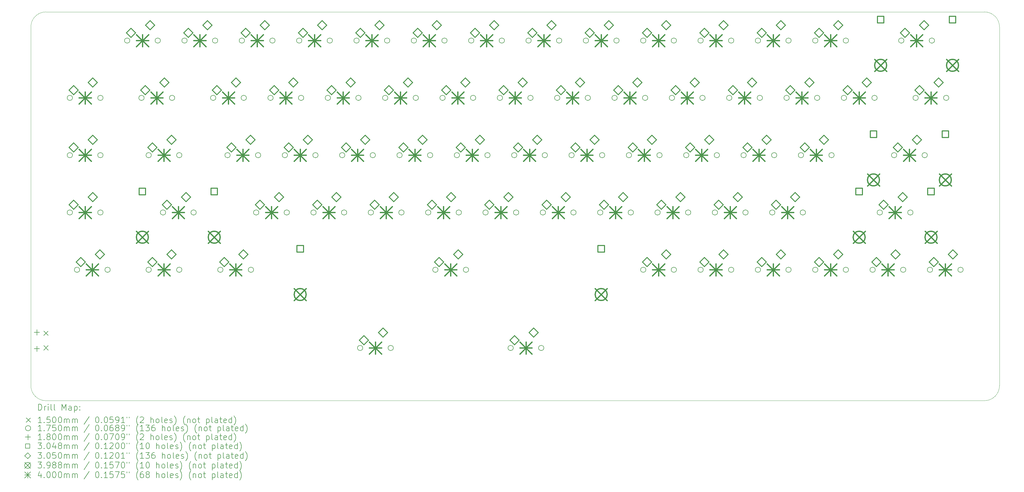
<source format=gbr>
%FSLAX45Y45*%
G04 Gerber Fmt 4.5, Leading zero omitted, Abs format (unit mm)*
G04 Created by KiCad (PCBNEW (6.0.5)) date 2022-06-26 11:07:08*
%MOMM*%
%LPD*%
G01*
G04 APERTURE LIST*
%TA.AperFunction,Profile*%
%ADD10C,0.100000*%
%TD*%
%ADD11C,0.200000*%
%ADD12C,0.150000*%
%ADD13C,0.175000*%
%ADD14C,0.180000*%
%ADD15C,0.304800*%
%ADD16C,0.305000*%
%ADD17C,0.398780*%
%ADD18C,0.400000*%
G04 APERTURE END LIST*
D10*
X5500000Y-8000000D02*
G75*
G03*
X5000000Y-8500000I0J-500000D01*
G01*
X5500000Y-20925000D02*
X36680000Y-20925000D01*
X36680000Y-20925000D02*
G75*
G03*
X37180000Y-20425000I0J500000D01*
G01*
X37180000Y-8500000D02*
G75*
G03*
X36680000Y-8000000I-500000J0D01*
G01*
X5000000Y-8500000D02*
X5000000Y-20425000D01*
X5000000Y-20425000D02*
G75*
G03*
X5500000Y-20925000I500000J0D01*
G01*
X5500000Y-8000000D02*
X36680000Y-8000000D01*
X37180000Y-8500000D02*
X37180000Y-20425000D01*
D11*
D12*
X5428000Y-18607500D02*
X5578000Y-18757500D01*
X5578000Y-18607500D02*
X5428000Y-18757500D01*
X5428000Y-19092500D02*
X5578000Y-19242500D01*
X5578000Y-19092500D02*
X5428000Y-19242500D01*
D13*
X6382000Y-10857500D02*
G75*
G03*
X6382000Y-10857500I-87500J0D01*
G01*
X6382000Y-12762500D02*
G75*
G03*
X6382000Y-12762500I-87500J0D01*
G01*
X6382000Y-14667500D02*
G75*
G03*
X6382000Y-14667500I-87500J0D01*
G01*
X6620125Y-16572500D02*
G75*
G03*
X6620125Y-16572500I-87500J0D01*
G01*
X7398000Y-10857500D02*
G75*
G03*
X7398000Y-10857500I-87500J0D01*
G01*
X7398000Y-12762500D02*
G75*
G03*
X7398000Y-12762500I-87500J0D01*
G01*
X7398000Y-14667500D02*
G75*
G03*
X7398000Y-14667500I-87500J0D01*
G01*
X7636125Y-16572500D02*
G75*
G03*
X7636125Y-16572500I-87500J0D01*
G01*
X8287000Y-8952500D02*
G75*
G03*
X8287000Y-8952500I-87500J0D01*
G01*
X8763250Y-10857500D02*
G75*
G03*
X8763250Y-10857500I-87500J0D01*
G01*
X9001375Y-12762500D02*
G75*
G03*
X9001375Y-12762500I-87500J0D01*
G01*
X9001375Y-16572500D02*
G75*
G03*
X9001375Y-16572500I-87500J0D01*
G01*
X9303000Y-8952500D02*
G75*
G03*
X9303000Y-8952500I-87500J0D01*
G01*
X9477625Y-14667500D02*
G75*
G03*
X9477625Y-14667500I-87500J0D01*
G01*
X9779250Y-10857500D02*
G75*
G03*
X9779250Y-10857500I-87500J0D01*
G01*
X10017375Y-12762500D02*
G75*
G03*
X10017375Y-12762500I-87500J0D01*
G01*
X10017375Y-16572500D02*
G75*
G03*
X10017375Y-16572500I-87500J0D01*
G01*
X10192000Y-8952500D02*
G75*
G03*
X10192000Y-8952500I-87500J0D01*
G01*
X10493625Y-14667500D02*
G75*
G03*
X10493625Y-14667500I-87500J0D01*
G01*
X11144500Y-10857500D02*
G75*
G03*
X11144500Y-10857500I-87500J0D01*
G01*
X11208000Y-8952500D02*
G75*
G03*
X11208000Y-8952500I-87500J0D01*
G01*
X11382625Y-16572500D02*
G75*
G03*
X11382625Y-16572500I-87500J0D01*
G01*
X11620750Y-12762500D02*
G75*
G03*
X11620750Y-12762500I-87500J0D01*
G01*
X12097000Y-8952500D02*
G75*
G03*
X12097000Y-8952500I-87500J0D01*
G01*
X12160500Y-10857500D02*
G75*
G03*
X12160500Y-10857500I-87500J0D01*
G01*
X12398625Y-16572500D02*
G75*
G03*
X12398625Y-16572500I-87500J0D01*
G01*
X12573250Y-14667500D02*
G75*
G03*
X12573250Y-14667500I-87500J0D01*
G01*
X12636750Y-12762500D02*
G75*
G03*
X12636750Y-12762500I-87500J0D01*
G01*
X13049500Y-10857500D02*
G75*
G03*
X13049500Y-10857500I-87500J0D01*
G01*
X13113000Y-8952500D02*
G75*
G03*
X13113000Y-8952500I-87500J0D01*
G01*
X13525750Y-12762500D02*
G75*
G03*
X13525750Y-12762500I-87500J0D01*
G01*
X13589250Y-14667500D02*
G75*
G03*
X13589250Y-14667500I-87500J0D01*
G01*
X14002000Y-8952500D02*
G75*
G03*
X14002000Y-8952500I-87500J0D01*
G01*
X14065500Y-10857500D02*
G75*
G03*
X14065500Y-10857500I-87500J0D01*
G01*
X14478250Y-14667500D02*
G75*
G03*
X14478250Y-14667500I-87500J0D01*
G01*
X14541750Y-12762500D02*
G75*
G03*
X14541750Y-12762500I-87500J0D01*
G01*
X14954500Y-10857500D02*
G75*
G03*
X14954500Y-10857500I-87500J0D01*
G01*
X15018000Y-8952500D02*
G75*
G03*
X15018000Y-8952500I-87500J0D01*
G01*
X15430750Y-12762500D02*
G75*
G03*
X15430750Y-12762500I-87500J0D01*
G01*
X15494250Y-14667500D02*
G75*
G03*
X15494250Y-14667500I-87500J0D01*
G01*
X15907000Y-8952500D02*
G75*
G03*
X15907000Y-8952500I-87500J0D01*
G01*
X15970500Y-10857500D02*
G75*
G03*
X15970500Y-10857500I-87500J0D01*
G01*
X16026375Y-19172500D02*
G75*
G03*
X16026375Y-19172500I-87500J0D01*
G01*
X16383250Y-14667500D02*
G75*
G03*
X16383250Y-14667500I-87500J0D01*
G01*
X16446750Y-12762500D02*
G75*
G03*
X16446750Y-12762500I-87500J0D01*
G01*
X16859500Y-10857500D02*
G75*
G03*
X16859500Y-10857500I-87500J0D01*
G01*
X16923000Y-8952500D02*
G75*
G03*
X16923000Y-8952500I-87500J0D01*
G01*
X17042375Y-19172500D02*
G75*
G03*
X17042375Y-19172500I-87500J0D01*
G01*
X17335750Y-12762500D02*
G75*
G03*
X17335750Y-12762500I-87500J0D01*
G01*
X17399250Y-14667500D02*
G75*
G03*
X17399250Y-14667500I-87500J0D01*
G01*
X17812000Y-8952500D02*
G75*
G03*
X17812000Y-8952500I-87500J0D01*
G01*
X17875500Y-10857500D02*
G75*
G03*
X17875500Y-10857500I-87500J0D01*
G01*
X18288250Y-14667500D02*
G75*
G03*
X18288250Y-14667500I-87500J0D01*
G01*
X18351750Y-12762500D02*
G75*
G03*
X18351750Y-12762500I-87500J0D01*
G01*
X18526375Y-16572500D02*
G75*
G03*
X18526375Y-16572500I-87500J0D01*
G01*
X18764500Y-10857500D02*
G75*
G03*
X18764500Y-10857500I-87500J0D01*
G01*
X18828000Y-8952500D02*
G75*
G03*
X18828000Y-8952500I-87500J0D01*
G01*
X19240750Y-12762500D02*
G75*
G03*
X19240750Y-12762500I-87500J0D01*
G01*
X19304250Y-14667500D02*
G75*
G03*
X19304250Y-14667500I-87500J0D01*
G01*
X19542375Y-16572500D02*
G75*
G03*
X19542375Y-16572500I-87500J0D01*
G01*
X19717000Y-8952500D02*
G75*
G03*
X19717000Y-8952500I-87500J0D01*
G01*
X19780500Y-10857500D02*
G75*
G03*
X19780500Y-10857500I-87500J0D01*
G01*
X20193250Y-14667500D02*
G75*
G03*
X20193250Y-14667500I-87500J0D01*
G01*
X20256750Y-12762500D02*
G75*
G03*
X20256750Y-12762500I-87500J0D01*
G01*
X20669500Y-10857500D02*
G75*
G03*
X20669500Y-10857500I-87500J0D01*
G01*
X20733000Y-8952500D02*
G75*
G03*
X20733000Y-8952500I-87500J0D01*
G01*
X21026375Y-19172500D02*
G75*
G03*
X21026375Y-19172500I-87500J0D01*
G01*
X21145750Y-12762500D02*
G75*
G03*
X21145750Y-12762500I-87500J0D01*
G01*
X21209250Y-14667500D02*
G75*
G03*
X21209250Y-14667500I-87500J0D01*
G01*
X21622000Y-8952500D02*
G75*
G03*
X21622000Y-8952500I-87500J0D01*
G01*
X21685500Y-10857500D02*
G75*
G03*
X21685500Y-10857500I-87500J0D01*
G01*
X22042375Y-19172500D02*
G75*
G03*
X22042375Y-19172500I-87500J0D01*
G01*
X22098250Y-14667500D02*
G75*
G03*
X22098250Y-14667500I-87500J0D01*
G01*
X22161750Y-12762500D02*
G75*
G03*
X22161750Y-12762500I-87500J0D01*
G01*
X22574500Y-10857500D02*
G75*
G03*
X22574500Y-10857500I-87500J0D01*
G01*
X22638000Y-8952500D02*
G75*
G03*
X22638000Y-8952500I-87500J0D01*
G01*
X23050750Y-12762500D02*
G75*
G03*
X23050750Y-12762500I-87500J0D01*
G01*
X23114250Y-14667500D02*
G75*
G03*
X23114250Y-14667500I-87500J0D01*
G01*
X23527000Y-8952500D02*
G75*
G03*
X23527000Y-8952500I-87500J0D01*
G01*
X23590500Y-10857500D02*
G75*
G03*
X23590500Y-10857500I-87500J0D01*
G01*
X24003250Y-14667500D02*
G75*
G03*
X24003250Y-14667500I-87500J0D01*
G01*
X24066750Y-12762500D02*
G75*
G03*
X24066750Y-12762500I-87500J0D01*
G01*
X24479500Y-10857500D02*
G75*
G03*
X24479500Y-10857500I-87500J0D01*
G01*
X24543000Y-8952500D02*
G75*
G03*
X24543000Y-8952500I-87500J0D01*
G01*
X24955750Y-12762500D02*
G75*
G03*
X24955750Y-12762500I-87500J0D01*
G01*
X25019250Y-14667500D02*
G75*
G03*
X25019250Y-14667500I-87500J0D01*
G01*
X25432000Y-16572500D02*
G75*
G03*
X25432000Y-16572500I-87500J0D01*
G01*
X25432000Y-8952500D02*
G75*
G03*
X25432000Y-8952500I-87500J0D01*
G01*
X25495500Y-10857500D02*
G75*
G03*
X25495500Y-10857500I-87500J0D01*
G01*
X25908250Y-14667500D02*
G75*
G03*
X25908250Y-14667500I-87500J0D01*
G01*
X25971750Y-12762500D02*
G75*
G03*
X25971750Y-12762500I-87500J0D01*
G01*
X26384500Y-10857500D02*
G75*
G03*
X26384500Y-10857500I-87500J0D01*
G01*
X26448000Y-16572500D02*
G75*
G03*
X26448000Y-16572500I-87500J0D01*
G01*
X26448000Y-8952500D02*
G75*
G03*
X26448000Y-8952500I-87500J0D01*
G01*
X26860750Y-12762500D02*
G75*
G03*
X26860750Y-12762500I-87500J0D01*
G01*
X26924250Y-14667500D02*
G75*
G03*
X26924250Y-14667500I-87500J0D01*
G01*
X27337000Y-8952500D02*
G75*
G03*
X27337000Y-8952500I-87500J0D01*
G01*
X27337000Y-16572500D02*
G75*
G03*
X27337000Y-16572500I-87500J0D01*
G01*
X27400500Y-10857500D02*
G75*
G03*
X27400500Y-10857500I-87500J0D01*
G01*
X27813250Y-14667500D02*
G75*
G03*
X27813250Y-14667500I-87500J0D01*
G01*
X27876750Y-12762500D02*
G75*
G03*
X27876750Y-12762500I-87500J0D01*
G01*
X28289500Y-10857500D02*
G75*
G03*
X28289500Y-10857500I-87500J0D01*
G01*
X28353000Y-8952500D02*
G75*
G03*
X28353000Y-8952500I-87500J0D01*
G01*
X28353000Y-16572500D02*
G75*
G03*
X28353000Y-16572500I-87500J0D01*
G01*
X28765750Y-12762500D02*
G75*
G03*
X28765750Y-12762500I-87500J0D01*
G01*
X28829250Y-14667500D02*
G75*
G03*
X28829250Y-14667500I-87500J0D01*
G01*
X29242000Y-8952500D02*
G75*
G03*
X29242000Y-8952500I-87500J0D01*
G01*
X29242000Y-16572500D02*
G75*
G03*
X29242000Y-16572500I-87500J0D01*
G01*
X29305500Y-10857500D02*
G75*
G03*
X29305500Y-10857500I-87500J0D01*
G01*
X29718250Y-14667500D02*
G75*
G03*
X29718250Y-14667500I-87500J0D01*
G01*
X29781750Y-12762500D02*
G75*
G03*
X29781750Y-12762500I-87500J0D01*
G01*
X30194500Y-10857500D02*
G75*
G03*
X30194500Y-10857500I-87500J0D01*
G01*
X30258000Y-8952500D02*
G75*
G03*
X30258000Y-8952500I-87500J0D01*
G01*
X30258000Y-16572500D02*
G75*
G03*
X30258000Y-16572500I-87500J0D01*
G01*
X30670750Y-12762500D02*
G75*
G03*
X30670750Y-12762500I-87500J0D01*
G01*
X30734250Y-14667500D02*
G75*
G03*
X30734250Y-14667500I-87500J0D01*
G01*
X31147000Y-8952500D02*
G75*
G03*
X31147000Y-8952500I-87500J0D01*
G01*
X31147000Y-16572500D02*
G75*
G03*
X31147000Y-16572500I-87500J0D01*
G01*
X31210500Y-10857500D02*
G75*
G03*
X31210500Y-10857500I-87500J0D01*
G01*
X31686750Y-12762500D02*
G75*
G03*
X31686750Y-12762500I-87500J0D01*
G01*
X32099500Y-10857500D02*
G75*
G03*
X32099500Y-10857500I-87500J0D01*
G01*
X32163000Y-8952500D02*
G75*
G03*
X32163000Y-8952500I-87500J0D01*
G01*
X32163000Y-16572500D02*
G75*
G03*
X32163000Y-16572500I-87500J0D01*
G01*
X33052000Y-16572500D02*
G75*
G03*
X33052000Y-16572500I-87500J0D01*
G01*
X33115500Y-10857500D02*
G75*
G03*
X33115500Y-10857500I-87500J0D01*
G01*
X33290125Y-14667500D02*
G75*
G03*
X33290125Y-14667500I-87500J0D01*
G01*
X33766375Y-12762500D02*
G75*
G03*
X33766375Y-12762500I-87500J0D01*
G01*
X34004500Y-8952500D02*
G75*
G03*
X34004500Y-8952500I-87500J0D01*
G01*
X34068000Y-16572500D02*
G75*
G03*
X34068000Y-16572500I-87500J0D01*
G01*
X34306125Y-14667500D02*
G75*
G03*
X34306125Y-14667500I-87500J0D01*
G01*
X34480750Y-10857500D02*
G75*
G03*
X34480750Y-10857500I-87500J0D01*
G01*
X34782375Y-12762500D02*
G75*
G03*
X34782375Y-12762500I-87500J0D01*
G01*
X34957000Y-16572500D02*
G75*
G03*
X34957000Y-16572500I-87500J0D01*
G01*
X35020500Y-8952500D02*
G75*
G03*
X35020500Y-8952500I-87500J0D01*
G01*
X35496750Y-10857500D02*
G75*
G03*
X35496750Y-10857500I-87500J0D01*
G01*
X35973000Y-16572500D02*
G75*
G03*
X35973000Y-16572500I-87500J0D01*
G01*
D14*
X5200000Y-18562500D02*
X5200000Y-18742500D01*
X5110000Y-18652500D02*
X5290000Y-18652500D01*
X5200000Y-19107500D02*
X5200000Y-19287500D01*
X5110000Y-19197500D02*
X5290000Y-19197500D01*
D15*
X8812089Y-14076764D02*
X8812089Y-13861236D01*
X8596561Y-13861236D01*
X8596561Y-14076764D01*
X8812089Y-14076764D01*
X11199689Y-14076764D02*
X11199689Y-13861236D01*
X10984161Y-13861236D01*
X10984161Y-14076764D01*
X11199689Y-14076764D01*
X14054639Y-15981764D02*
X14054639Y-15766236D01*
X13839111Y-15766236D01*
X13839111Y-15981764D01*
X14054639Y-15981764D01*
X24054639Y-15981764D02*
X24054639Y-15766236D01*
X23839111Y-15766236D01*
X23839111Y-15981764D01*
X24054639Y-15981764D01*
X32624589Y-14076764D02*
X32624589Y-13861236D01*
X32409061Y-13861236D01*
X32409061Y-14076764D01*
X32624589Y-14076764D01*
X33100839Y-12171764D02*
X33100839Y-11956236D01*
X32885311Y-11956236D01*
X32885311Y-12171764D01*
X33100839Y-12171764D01*
X33338964Y-8361764D02*
X33338964Y-8146236D01*
X33123436Y-8146236D01*
X33123436Y-8361764D01*
X33338964Y-8361764D01*
X35012189Y-14076764D02*
X35012189Y-13861236D01*
X34796661Y-13861236D01*
X34796661Y-14076764D01*
X35012189Y-14076764D01*
X35488439Y-12171764D02*
X35488439Y-11956236D01*
X35272911Y-11956236D01*
X35272911Y-12171764D01*
X35488439Y-12171764D01*
X35726564Y-8361764D02*
X35726564Y-8146236D01*
X35511036Y-8146236D01*
X35511036Y-8361764D01*
X35726564Y-8361764D01*
D16*
X6421500Y-10756000D02*
X6574000Y-10603500D01*
X6421500Y-10451000D01*
X6269000Y-10603500D01*
X6421500Y-10756000D01*
X6421500Y-12661000D02*
X6574000Y-12508500D01*
X6421500Y-12356000D01*
X6269000Y-12508500D01*
X6421500Y-12661000D01*
X6421500Y-14566000D02*
X6574000Y-14413500D01*
X6421500Y-14261000D01*
X6269000Y-14413500D01*
X6421500Y-14566000D01*
X6659625Y-16471000D02*
X6812125Y-16318500D01*
X6659625Y-16166000D01*
X6507125Y-16318500D01*
X6659625Y-16471000D01*
X7056500Y-10502000D02*
X7209000Y-10349500D01*
X7056500Y-10197000D01*
X6904000Y-10349500D01*
X7056500Y-10502000D01*
X7056500Y-12407000D02*
X7209000Y-12254500D01*
X7056500Y-12102000D01*
X6904000Y-12254500D01*
X7056500Y-12407000D01*
X7056500Y-14312000D02*
X7209000Y-14159500D01*
X7056500Y-14007000D01*
X6904000Y-14159500D01*
X7056500Y-14312000D01*
X7294625Y-16217000D02*
X7447125Y-16064500D01*
X7294625Y-15912000D01*
X7142125Y-16064500D01*
X7294625Y-16217000D01*
X8326500Y-8851000D02*
X8479000Y-8698500D01*
X8326500Y-8546000D01*
X8174000Y-8698500D01*
X8326500Y-8851000D01*
X8802750Y-10756000D02*
X8955250Y-10603500D01*
X8802750Y-10451000D01*
X8650250Y-10603500D01*
X8802750Y-10756000D01*
X8961500Y-8597000D02*
X9114000Y-8444500D01*
X8961500Y-8292000D01*
X8809000Y-8444500D01*
X8961500Y-8597000D01*
X9040875Y-12661000D02*
X9193375Y-12508500D01*
X9040875Y-12356000D01*
X8888375Y-12508500D01*
X9040875Y-12661000D01*
X9040875Y-16471000D02*
X9193375Y-16318500D01*
X9040875Y-16166000D01*
X8888375Y-16318500D01*
X9040875Y-16471000D01*
X9437750Y-10502000D02*
X9590250Y-10349500D01*
X9437750Y-10197000D01*
X9285250Y-10349500D01*
X9437750Y-10502000D01*
X9517125Y-14566000D02*
X9669625Y-14413500D01*
X9517125Y-14261000D01*
X9364625Y-14413500D01*
X9517125Y-14566000D01*
X9675875Y-12407000D02*
X9828375Y-12254500D01*
X9675875Y-12102000D01*
X9523375Y-12254500D01*
X9675875Y-12407000D01*
X9675875Y-16217000D02*
X9828375Y-16064500D01*
X9675875Y-15912000D01*
X9523375Y-16064500D01*
X9675875Y-16217000D01*
X10152125Y-14312000D02*
X10304625Y-14159500D01*
X10152125Y-14007000D01*
X9999625Y-14159500D01*
X10152125Y-14312000D01*
X10231500Y-8851000D02*
X10384000Y-8698500D01*
X10231500Y-8546000D01*
X10079000Y-8698500D01*
X10231500Y-8851000D01*
X10866500Y-8597000D02*
X11019000Y-8444500D01*
X10866500Y-8292000D01*
X10714000Y-8444500D01*
X10866500Y-8597000D01*
X11184000Y-10756000D02*
X11336500Y-10603500D01*
X11184000Y-10451000D01*
X11031500Y-10603500D01*
X11184000Y-10756000D01*
X11422125Y-16471000D02*
X11574625Y-16318500D01*
X11422125Y-16166000D01*
X11269625Y-16318500D01*
X11422125Y-16471000D01*
X11660250Y-12661000D02*
X11812750Y-12508500D01*
X11660250Y-12356000D01*
X11507750Y-12508500D01*
X11660250Y-12661000D01*
X11819000Y-10502000D02*
X11971500Y-10349500D01*
X11819000Y-10197000D01*
X11666500Y-10349500D01*
X11819000Y-10502000D01*
X12057125Y-16217000D02*
X12209625Y-16064500D01*
X12057125Y-15912000D01*
X11904625Y-16064500D01*
X12057125Y-16217000D01*
X12136500Y-8851000D02*
X12289000Y-8698500D01*
X12136500Y-8546000D01*
X11984000Y-8698500D01*
X12136500Y-8851000D01*
X12295250Y-12407000D02*
X12447750Y-12254500D01*
X12295250Y-12102000D01*
X12142750Y-12254500D01*
X12295250Y-12407000D01*
X12612750Y-14566000D02*
X12765250Y-14413500D01*
X12612750Y-14261000D01*
X12460250Y-14413500D01*
X12612750Y-14566000D01*
X12771500Y-8597000D02*
X12924000Y-8444500D01*
X12771500Y-8292000D01*
X12619000Y-8444500D01*
X12771500Y-8597000D01*
X13089000Y-10756000D02*
X13241500Y-10603500D01*
X13089000Y-10451000D01*
X12936500Y-10603500D01*
X13089000Y-10756000D01*
X13247750Y-14312000D02*
X13400250Y-14159500D01*
X13247750Y-14007000D01*
X13095250Y-14159500D01*
X13247750Y-14312000D01*
X13565250Y-12661000D02*
X13717750Y-12508500D01*
X13565250Y-12356000D01*
X13412750Y-12508500D01*
X13565250Y-12661000D01*
X13724000Y-10502000D02*
X13876500Y-10349500D01*
X13724000Y-10197000D01*
X13571500Y-10349500D01*
X13724000Y-10502000D01*
X14041500Y-8851000D02*
X14194000Y-8698500D01*
X14041500Y-8546000D01*
X13889000Y-8698500D01*
X14041500Y-8851000D01*
X14200250Y-12407000D02*
X14352750Y-12254500D01*
X14200250Y-12102000D01*
X14047750Y-12254500D01*
X14200250Y-12407000D01*
X14517750Y-14566000D02*
X14670250Y-14413500D01*
X14517750Y-14261000D01*
X14365250Y-14413500D01*
X14517750Y-14566000D01*
X14676500Y-8597000D02*
X14829000Y-8444500D01*
X14676500Y-8292000D01*
X14524000Y-8444500D01*
X14676500Y-8597000D01*
X14994000Y-10756000D02*
X15146500Y-10603500D01*
X14994000Y-10451000D01*
X14841500Y-10603500D01*
X14994000Y-10756000D01*
X15152750Y-14312000D02*
X15305250Y-14159500D01*
X15152750Y-14007000D01*
X15000250Y-14159500D01*
X15152750Y-14312000D01*
X15470250Y-12661000D02*
X15622750Y-12508500D01*
X15470250Y-12356000D01*
X15317750Y-12508500D01*
X15470250Y-12661000D01*
X15629000Y-10502000D02*
X15781500Y-10349500D01*
X15629000Y-10197000D01*
X15476500Y-10349500D01*
X15629000Y-10502000D01*
X15946500Y-8851000D02*
X16099000Y-8698500D01*
X15946500Y-8546000D01*
X15794000Y-8698500D01*
X15946500Y-8851000D01*
X16065875Y-19071000D02*
X16218375Y-18918500D01*
X16065875Y-18766000D01*
X15913375Y-18918500D01*
X16065875Y-19071000D01*
X16105250Y-12407000D02*
X16257750Y-12254500D01*
X16105250Y-12102000D01*
X15952750Y-12254500D01*
X16105250Y-12407000D01*
X16422750Y-14566000D02*
X16575250Y-14413500D01*
X16422750Y-14261000D01*
X16270250Y-14413500D01*
X16422750Y-14566000D01*
X16581500Y-8597000D02*
X16734000Y-8444500D01*
X16581500Y-8292000D01*
X16429000Y-8444500D01*
X16581500Y-8597000D01*
X16700875Y-18817000D02*
X16853375Y-18664500D01*
X16700875Y-18512000D01*
X16548375Y-18664500D01*
X16700875Y-18817000D01*
X16899000Y-10756000D02*
X17051500Y-10603500D01*
X16899000Y-10451000D01*
X16746500Y-10603500D01*
X16899000Y-10756000D01*
X17057750Y-14312000D02*
X17210250Y-14159500D01*
X17057750Y-14007000D01*
X16905250Y-14159500D01*
X17057750Y-14312000D01*
X17375250Y-12661000D02*
X17527750Y-12508500D01*
X17375250Y-12356000D01*
X17222750Y-12508500D01*
X17375250Y-12661000D01*
X17534000Y-10502000D02*
X17686500Y-10349500D01*
X17534000Y-10197000D01*
X17381500Y-10349500D01*
X17534000Y-10502000D01*
X17851500Y-8851000D02*
X18004000Y-8698500D01*
X17851500Y-8546000D01*
X17699000Y-8698500D01*
X17851500Y-8851000D01*
X18010250Y-12407000D02*
X18162750Y-12254500D01*
X18010250Y-12102000D01*
X17857750Y-12254500D01*
X18010250Y-12407000D01*
X18327750Y-14566000D02*
X18480250Y-14413500D01*
X18327750Y-14261000D01*
X18175250Y-14413500D01*
X18327750Y-14566000D01*
X18486500Y-8597000D02*
X18639000Y-8444500D01*
X18486500Y-8292000D01*
X18334000Y-8444500D01*
X18486500Y-8597000D01*
X18565875Y-16471000D02*
X18718375Y-16318500D01*
X18565875Y-16166000D01*
X18413375Y-16318500D01*
X18565875Y-16471000D01*
X18804000Y-10756000D02*
X18956500Y-10603500D01*
X18804000Y-10451000D01*
X18651500Y-10603500D01*
X18804000Y-10756000D01*
X18962750Y-14312000D02*
X19115250Y-14159500D01*
X18962750Y-14007000D01*
X18810250Y-14159500D01*
X18962750Y-14312000D01*
X19200875Y-16217000D02*
X19353375Y-16064500D01*
X19200875Y-15912000D01*
X19048375Y-16064500D01*
X19200875Y-16217000D01*
X19280250Y-12661000D02*
X19432750Y-12508500D01*
X19280250Y-12356000D01*
X19127750Y-12508500D01*
X19280250Y-12661000D01*
X19439000Y-10502000D02*
X19591500Y-10349500D01*
X19439000Y-10197000D01*
X19286500Y-10349500D01*
X19439000Y-10502000D01*
X19756500Y-8851000D02*
X19909000Y-8698500D01*
X19756500Y-8546000D01*
X19604000Y-8698500D01*
X19756500Y-8851000D01*
X19915250Y-12407000D02*
X20067750Y-12254500D01*
X19915250Y-12102000D01*
X19762750Y-12254500D01*
X19915250Y-12407000D01*
X20232750Y-14566000D02*
X20385250Y-14413500D01*
X20232750Y-14261000D01*
X20080250Y-14413500D01*
X20232750Y-14566000D01*
X20391500Y-8597000D02*
X20544000Y-8444500D01*
X20391500Y-8292000D01*
X20239000Y-8444500D01*
X20391500Y-8597000D01*
X20709000Y-10756000D02*
X20861500Y-10603500D01*
X20709000Y-10451000D01*
X20556500Y-10603500D01*
X20709000Y-10756000D01*
X20867750Y-14312000D02*
X21020250Y-14159500D01*
X20867750Y-14007000D01*
X20715250Y-14159500D01*
X20867750Y-14312000D01*
X21065875Y-19071000D02*
X21218375Y-18918500D01*
X21065875Y-18766000D01*
X20913375Y-18918500D01*
X21065875Y-19071000D01*
X21185250Y-12661000D02*
X21337750Y-12508500D01*
X21185250Y-12356000D01*
X21032750Y-12508500D01*
X21185250Y-12661000D01*
X21344000Y-10502000D02*
X21496500Y-10349500D01*
X21344000Y-10197000D01*
X21191500Y-10349500D01*
X21344000Y-10502000D01*
X21661500Y-8851000D02*
X21814000Y-8698500D01*
X21661500Y-8546000D01*
X21509000Y-8698500D01*
X21661500Y-8851000D01*
X21700875Y-18817000D02*
X21853375Y-18664500D01*
X21700875Y-18512000D01*
X21548375Y-18664500D01*
X21700875Y-18817000D01*
X21820250Y-12407000D02*
X21972750Y-12254500D01*
X21820250Y-12102000D01*
X21667750Y-12254500D01*
X21820250Y-12407000D01*
X22137750Y-14566000D02*
X22290250Y-14413500D01*
X22137750Y-14261000D01*
X21985250Y-14413500D01*
X22137750Y-14566000D01*
X22296500Y-8597000D02*
X22449000Y-8444500D01*
X22296500Y-8292000D01*
X22144000Y-8444500D01*
X22296500Y-8597000D01*
X22614000Y-10756000D02*
X22766500Y-10603500D01*
X22614000Y-10451000D01*
X22461500Y-10603500D01*
X22614000Y-10756000D01*
X22772750Y-14312000D02*
X22925250Y-14159500D01*
X22772750Y-14007000D01*
X22620250Y-14159500D01*
X22772750Y-14312000D01*
X23090250Y-12661000D02*
X23242750Y-12508500D01*
X23090250Y-12356000D01*
X22937750Y-12508500D01*
X23090250Y-12661000D01*
X23249000Y-10502000D02*
X23401500Y-10349500D01*
X23249000Y-10197000D01*
X23096500Y-10349500D01*
X23249000Y-10502000D01*
X23566500Y-8851000D02*
X23719000Y-8698500D01*
X23566500Y-8546000D01*
X23414000Y-8698500D01*
X23566500Y-8851000D01*
X23725250Y-12407000D02*
X23877750Y-12254500D01*
X23725250Y-12102000D01*
X23572750Y-12254500D01*
X23725250Y-12407000D01*
X24042750Y-14566000D02*
X24195250Y-14413500D01*
X24042750Y-14261000D01*
X23890250Y-14413500D01*
X24042750Y-14566000D01*
X24201500Y-8597000D02*
X24354000Y-8444500D01*
X24201500Y-8292000D01*
X24049000Y-8444500D01*
X24201500Y-8597000D01*
X24519000Y-10756000D02*
X24671500Y-10603500D01*
X24519000Y-10451000D01*
X24366500Y-10603500D01*
X24519000Y-10756000D01*
X24677750Y-14312000D02*
X24830250Y-14159500D01*
X24677750Y-14007000D01*
X24525250Y-14159500D01*
X24677750Y-14312000D01*
X24995250Y-12661000D02*
X25147750Y-12508500D01*
X24995250Y-12356000D01*
X24842750Y-12508500D01*
X24995250Y-12661000D01*
X25154000Y-10502000D02*
X25306500Y-10349500D01*
X25154000Y-10197000D01*
X25001500Y-10349500D01*
X25154000Y-10502000D01*
X25471500Y-16471000D02*
X25624000Y-16318500D01*
X25471500Y-16166000D01*
X25319000Y-16318500D01*
X25471500Y-16471000D01*
X25471500Y-8851000D02*
X25624000Y-8698500D01*
X25471500Y-8546000D01*
X25319000Y-8698500D01*
X25471500Y-8851000D01*
X25630250Y-12407000D02*
X25782750Y-12254500D01*
X25630250Y-12102000D01*
X25477750Y-12254500D01*
X25630250Y-12407000D01*
X25947750Y-14566000D02*
X26100250Y-14413500D01*
X25947750Y-14261000D01*
X25795250Y-14413500D01*
X25947750Y-14566000D01*
X26106500Y-16217000D02*
X26259000Y-16064500D01*
X26106500Y-15912000D01*
X25954000Y-16064500D01*
X26106500Y-16217000D01*
X26106500Y-8597000D02*
X26259000Y-8444500D01*
X26106500Y-8292000D01*
X25954000Y-8444500D01*
X26106500Y-8597000D01*
X26424000Y-10756000D02*
X26576500Y-10603500D01*
X26424000Y-10451000D01*
X26271500Y-10603500D01*
X26424000Y-10756000D01*
X26582750Y-14312000D02*
X26735250Y-14159500D01*
X26582750Y-14007000D01*
X26430250Y-14159500D01*
X26582750Y-14312000D01*
X26900250Y-12661000D02*
X27052750Y-12508500D01*
X26900250Y-12356000D01*
X26747750Y-12508500D01*
X26900250Y-12661000D01*
X27059000Y-10502000D02*
X27211500Y-10349500D01*
X27059000Y-10197000D01*
X26906500Y-10349500D01*
X27059000Y-10502000D01*
X27376500Y-8851000D02*
X27529000Y-8698500D01*
X27376500Y-8546000D01*
X27224000Y-8698500D01*
X27376500Y-8851000D01*
X27376500Y-16471000D02*
X27529000Y-16318500D01*
X27376500Y-16166000D01*
X27224000Y-16318500D01*
X27376500Y-16471000D01*
X27535250Y-12407000D02*
X27687750Y-12254500D01*
X27535250Y-12102000D01*
X27382750Y-12254500D01*
X27535250Y-12407000D01*
X27852750Y-14566000D02*
X28005250Y-14413500D01*
X27852750Y-14261000D01*
X27700250Y-14413500D01*
X27852750Y-14566000D01*
X28011500Y-8597000D02*
X28164000Y-8444500D01*
X28011500Y-8292000D01*
X27859000Y-8444500D01*
X28011500Y-8597000D01*
X28011500Y-16217000D02*
X28164000Y-16064500D01*
X28011500Y-15912000D01*
X27859000Y-16064500D01*
X28011500Y-16217000D01*
X28329000Y-10756000D02*
X28481500Y-10603500D01*
X28329000Y-10451000D01*
X28176500Y-10603500D01*
X28329000Y-10756000D01*
X28487750Y-14312000D02*
X28640250Y-14159500D01*
X28487750Y-14007000D01*
X28335250Y-14159500D01*
X28487750Y-14312000D01*
X28805250Y-12661000D02*
X28957750Y-12508500D01*
X28805250Y-12356000D01*
X28652750Y-12508500D01*
X28805250Y-12661000D01*
X28964000Y-10502000D02*
X29116500Y-10349500D01*
X28964000Y-10197000D01*
X28811500Y-10349500D01*
X28964000Y-10502000D01*
X29281500Y-8851000D02*
X29434000Y-8698500D01*
X29281500Y-8546000D01*
X29129000Y-8698500D01*
X29281500Y-8851000D01*
X29281500Y-16471000D02*
X29434000Y-16318500D01*
X29281500Y-16166000D01*
X29129000Y-16318500D01*
X29281500Y-16471000D01*
X29440250Y-12407000D02*
X29592750Y-12254500D01*
X29440250Y-12102000D01*
X29287750Y-12254500D01*
X29440250Y-12407000D01*
X29757750Y-14566000D02*
X29910250Y-14413500D01*
X29757750Y-14261000D01*
X29605250Y-14413500D01*
X29757750Y-14566000D01*
X29916500Y-8597000D02*
X30069000Y-8444500D01*
X29916500Y-8292000D01*
X29764000Y-8444500D01*
X29916500Y-8597000D01*
X29916500Y-16217000D02*
X30069000Y-16064500D01*
X29916500Y-15912000D01*
X29764000Y-16064500D01*
X29916500Y-16217000D01*
X30234000Y-10756000D02*
X30386500Y-10603500D01*
X30234000Y-10451000D01*
X30081500Y-10603500D01*
X30234000Y-10756000D01*
X30392750Y-14312000D02*
X30545250Y-14159500D01*
X30392750Y-14007000D01*
X30240250Y-14159500D01*
X30392750Y-14312000D01*
X30710250Y-12661000D02*
X30862750Y-12508500D01*
X30710250Y-12356000D01*
X30557750Y-12508500D01*
X30710250Y-12661000D01*
X30869000Y-10502000D02*
X31021500Y-10349500D01*
X30869000Y-10197000D01*
X30716500Y-10349500D01*
X30869000Y-10502000D01*
X31186500Y-8851000D02*
X31339000Y-8698500D01*
X31186500Y-8546000D01*
X31034000Y-8698500D01*
X31186500Y-8851000D01*
X31186500Y-16471000D02*
X31339000Y-16318500D01*
X31186500Y-16166000D01*
X31034000Y-16318500D01*
X31186500Y-16471000D01*
X31345250Y-12407000D02*
X31497750Y-12254500D01*
X31345250Y-12102000D01*
X31192750Y-12254500D01*
X31345250Y-12407000D01*
X31821500Y-8597000D02*
X31974000Y-8444500D01*
X31821500Y-8292000D01*
X31669000Y-8444500D01*
X31821500Y-8597000D01*
X31821500Y-16217000D02*
X31974000Y-16064500D01*
X31821500Y-15912000D01*
X31669000Y-16064500D01*
X31821500Y-16217000D01*
X32139000Y-10756000D02*
X32291500Y-10603500D01*
X32139000Y-10451000D01*
X31986500Y-10603500D01*
X32139000Y-10756000D01*
X32774000Y-10502000D02*
X32926500Y-10349500D01*
X32774000Y-10197000D01*
X32621500Y-10349500D01*
X32774000Y-10502000D01*
X33091500Y-16471000D02*
X33244000Y-16318500D01*
X33091500Y-16166000D01*
X32939000Y-16318500D01*
X33091500Y-16471000D01*
X33329625Y-14566000D02*
X33482125Y-14413500D01*
X33329625Y-14261000D01*
X33177125Y-14413500D01*
X33329625Y-14566000D01*
X33726500Y-16217000D02*
X33879000Y-16064500D01*
X33726500Y-15912000D01*
X33574000Y-16064500D01*
X33726500Y-16217000D01*
X33805875Y-12661000D02*
X33958375Y-12508500D01*
X33805875Y-12356000D01*
X33653375Y-12508500D01*
X33805875Y-12661000D01*
X33964625Y-14312000D02*
X34117125Y-14159500D01*
X33964625Y-14007000D01*
X33812125Y-14159500D01*
X33964625Y-14312000D01*
X34044000Y-8851000D02*
X34196500Y-8698500D01*
X34044000Y-8546000D01*
X33891500Y-8698500D01*
X34044000Y-8851000D01*
X34440875Y-12407000D02*
X34593375Y-12254500D01*
X34440875Y-12102000D01*
X34288375Y-12254500D01*
X34440875Y-12407000D01*
X34520250Y-10756000D02*
X34672750Y-10603500D01*
X34520250Y-10451000D01*
X34367750Y-10603500D01*
X34520250Y-10756000D01*
X34679000Y-8597000D02*
X34831500Y-8444500D01*
X34679000Y-8292000D01*
X34526500Y-8444500D01*
X34679000Y-8597000D01*
X34996500Y-16471000D02*
X35149000Y-16318500D01*
X34996500Y-16166000D01*
X34844000Y-16318500D01*
X34996500Y-16471000D01*
X35155250Y-10502000D02*
X35307750Y-10349500D01*
X35155250Y-10197000D01*
X35002750Y-10349500D01*
X35155250Y-10502000D01*
X35631500Y-16217000D02*
X35784000Y-16064500D01*
X35631500Y-15912000D01*
X35479000Y-16064500D01*
X35631500Y-16217000D01*
D17*
X8504935Y-15290610D02*
X8903715Y-15689390D01*
X8903715Y-15290610D02*
X8504935Y-15689390D01*
X8903715Y-15490000D02*
G75*
G03*
X8903715Y-15490000I-199390J0D01*
G01*
X10892535Y-15290610D02*
X11291315Y-15689390D01*
X11291315Y-15290610D02*
X10892535Y-15689390D01*
X11291315Y-15490000D02*
G75*
G03*
X11291315Y-15490000I-199390J0D01*
G01*
X13747485Y-17195610D02*
X14146265Y-17594390D01*
X14146265Y-17195610D02*
X13747485Y-17594390D01*
X14146265Y-17395000D02*
G75*
G03*
X14146265Y-17395000I-199390J0D01*
G01*
X23747485Y-17195610D02*
X24146265Y-17594390D01*
X24146265Y-17195610D02*
X23747485Y-17594390D01*
X24146265Y-17395000D02*
G75*
G03*
X24146265Y-17395000I-199390J0D01*
G01*
X32317435Y-15290610D02*
X32716215Y-15689390D01*
X32716215Y-15290610D02*
X32317435Y-15689390D01*
X32716215Y-15490000D02*
G75*
G03*
X32716215Y-15490000I-199390J0D01*
G01*
X32793685Y-13385610D02*
X33192465Y-13784390D01*
X33192465Y-13385610D02*
X32793685Y-13784390D01*
X33192465Y-13585000D02*
G75*
G03*
X33192465Y-13585000I-199390J0D01*
G01*
X33031810Y-9575610D02*
X33430590Y-9974390D01*
X33430590Y-9575610D02*
X33031810Y-9974390D01*
X33430590Y-9775000D02*
G75*
G03*
X33430590Y-9775000I-199390J0D01*
G01*
X34705035Y-15290610D02*
X35103815Y-15689390D01*
X35103815Y-15290610D02*
X34705035Y-15689390D01*
X35103815Y-15490000D02*
G75*
G03*
X35103815Y-15490000I-199390J0D01*
G01*
X35181285Y-13385610D02*
X35580065Y-13784390D01*
X35580065Y-13385610D02*
X35181285Y-13784390D01*
X35580065Y-13585000D02*
G75*
G03*
X35580065Y-13585000I-199390J0D01*
G01*
X35419410Y-9575610D02*
X35818190Y-9974390D01*
X35818190Y-9575610D02*
X35419410Y-9974390D01*
X35818190Y-9775000D02*
G75*
G03*
X35818190Y-9775000I-199390J0D01*
G01*
D18*
X6602500Y-10657500D02*
X7002500Y-11057500D01*
X7002500Y-10657500D02*
X6602500Y-11057500D01*
X6802500Y-10657500D02*
X6802500Y-11057500D01*
X6602500Y-10857500D02*
X7002500Y-10857500D01*
X6602500Y-12562500D02*
X7002500Y-12962500D01*
X7002500Y-12562500D02*
X6602500Y-12962500D01*
X6802500Y-12562500D02*
X6802500Y-12962500D01*
X6602500Y-12762500D02*
X7002500Y-12762500D01*
X6602500Y-14467500D02*
X7002500Y-14867500D01*
X7002500Y-14467500D02*
X6602500Y-14867500D01*
X6802500Y-14467500D02*
X6802500Y-14867500D01*
X6602500Y-14667500D02*
X7002500Y-14667500D01*
X6840625Y-16372500D02*
X7240625Y-16772500D01*
X7240625Y-16372500D02*
X6840625Y-16772500D01*
X7040625Y-16372500D02*
X7040625Y-16772500D01*
X6840625Y-16572500D02*
X7240625Y-16572500D01*
X8507500Y-8752500D02*
X8907500Y-9152500D01*
X8907500Y-8752500D02*
X8507500Y-9152500D01*
X8707500Y-8752500D02*
X8707500Y-9152500D01*
X8507500Y-8952500D02*
X8907500Y-8952500D01*
X8983750Y-10657500D02*
X9383750Y-11057500D01*
X9383750Y-10657500D02*
X8983750Y-11057500D01*
X9183750Y-10657500D02*
X9183750Y-11057500D01*
X8983750Y-10857500D02*
X9383750Y-10857500D01*
X9221875Y-12562500D02*
X9621875Y-12962500D01*
X9621875Y-12562500D02*
X9221875Y-12962500D01*
X9421875Y-12562500D02*
X9421875Y-12962500D01*
X9221875Y-12762500D02*
X9621875Y-12762500D01*
X9221875Y-16372500D02*
X9621875Y-16772500D01*
X9621875Y-16372500D02*
X9221875Y-16772500D01*
X9421875Y-16372500D02*
X9421875Y-16772500D01*
X9221875Y-16572500D02*
X9621875Y-16572500D01*
X9698125Y-14467500D02*
X10098125Y-14867500D01*
X10098125Y-14467500D02*
X9698125Y-14867500D01*
X9898125Y-14467500D02*
X9898125Y-14867500D01*
X9698125Y-14667500D02*
X10098125Y-14667500D01*
X10412500Y-8752500D02*
X10812500Y-9152500D01*
X10812500Y-8752500D02*
X10412500Y-9152500D01*
X10612500Y-8752500D02*
X10612500Y-9152500D01*
X10412500Y-8952500D02*
X10812500Y-8952500D01*
X11365000Y-10657500D02*
X11765000Y-11057500D01*
X11765000Y-10657500D02*
X11365000Y-11057500D01*
X11565000Y-10657500D02*
X11565000Y-11057500D01*
X11365000Y-10857500D02*
X11765000Y-10857500D01*
X11603125Y-16372500D02*
X12003125Y-16772500D01*
X12003125Y-16372500D02*
X11603125Y-16772500D01*
X11803125Y-16372500D02*
X11803125Y-16772500D01*
X11603125Y-16572500D02*
X12003125Y-16572500D01*
X11841250Y-12562500D02*
X12241250Y-12962500D01*
X12241250Y-12562500D02*
X11841250Y-12962500D01*
X12041250Y-12562500D02*
X12041250Y-12962500D01*
X11841250Y-12762500D02*
X12241250Y-12762500D01*
X12317500Y-8752500D02*
X12717500Y-9152500D01*
X12717500Y-8752500D02*
X12317500Y-9152500D01*
X12517500Y-8752500D02*
X12517500Y-9152500D01*
X12317500Y-8952500D02*
X12717500Y-8952500D01*
X12793750Y-14467500D02*
X13193750Y-14867500D01*
X13193750Y-14467500D02*
X12793750Y-14867500D01*
X12993750Y-14467500D02*
X12993750Y-14867500D01*
X12793750Y-14667500D02*
X13193750Y-14667500D01*
X13270000Y-10657500D02*
X13670000Y-11057500D01*
X13670000Y-10657500D02*
X13270000Y-11057500D01*
X13470000Y-10657500D02*
X13470000Y-11057500D01*
X13270000Y-10857500D02*
X13670000Y-10857500D01*
X13746250Y-12562500D02*
X14146250Y-12962500D01*
X14146250Y-12562500D02*
X13746250Y-12962500D01*
X13946250Y-12562500D02*
X13946250Y-12962500D01*
X13746250Y-12762500D02*
X14146250Y-12762500D01*
X14222500Y-8752500D02*
X14622500Y-9152500D01*
X14622500Y-8752500D02*
X14222500Y-9152500D01*
X14422500Y-8752500D02*
X14422500Y-9152500D01*
X14222500Y-8952500D02*
X14622500Y-8952500D01*
X14698750Y-14467500D02*
X15098750Y-14867500D01*
X15098750Y-14467500D02*
X14698750Y-14867500D01*
X14898750Y-14467500D02*
X14898750Y-14867500D01*
X14698750Y-14667500D02*
X15098750Y-14667500D01*
X15175000Y-10657500D02*
X15575000Y-11057500D01*
X15575000Y-10657500D02*
X15175000Y-11057500D01*
X15375000Y-10657500D02*
X15375000Y-11057500D01*
X15175000Y-10857500D02*
X15575000Y-10857500D01*
X15651250Y-12562500D02*
X16051250Y-12962500D01*
X16051250Y-12562500D02*
X15651250Y-12962500D01*
X15851250Y-12562500D02*
X15851250Y-12962500D01*
X15651250Y-12762500D02*
X16051250Y-12762500D01*
X16127500Y-8752500D02*
X16527500Y-9152500D01*
X16527500Y-8752500D02*
X16127500Y-9152500D01*
X16327500Y-8752500D02*
X16327500Y-9152500D01*
X16127500Y-8952500D02*
X16527500Y-8952500D01*
X16246875Y-18972500D02*
X16646875Y-19372500D01*
X16646875Y-18972500D02*
X16246875Y-19372500D01*
X16446875Y-18972500D02*
X16446875Y-19372500D01*
X16246875Y-19172500D02*
X16646875Y-19172500D01*
X16603750Y-14467500D02*
X17003750Y-14867500D01*
X17003750Y-14467500D02*
X16603750Y-14867500D01*
X16803750Y-14467500D02*
X16803750Y-14867500D01*
X16603750Y-14667500D02*
X17003750Y-14667500D01*
X17080000Y-10657500D02*
X17480000Y-11057500D01*
X17480000Y-10657500D02*
X17080000Y-11057500D01*
X17280000Y-10657500D02*
X17280000Y-11057500D01*
X17080000Y-10857500D02*
X17480000Y-10857500D01*
X17556250Y-12562500D02*
X17956250Y-12962500D01*
X17956250Y-12562500D02*
X17556250Y-12962500D01*
X17756250Y-12562500D02*
X17756250Y-12962500D01*
X17556250Y-12762500D02*
X17956250Y-12762500D01*
X18032500Y-8752500D02*
X18432500Y-9152500D01*
X18432500Y-8752500D02*
X18032500Y-9152500D01*
X18232500Y-8752500D02*
X18232500Y-9152500D01*
X18032500Y-8952500D02*
X18432500Y-8952500D01*
X18508750Y-14467500D02*
X18908750Y-14867500D01*
X18908750Y-14467500D02*
X18508750Y-14867500D01*
X18708750Y-14467500D02*
X18708750Y-14867500D01*
X18508750Y-14667500D02*
X18908750Y-14667500D01*
X18746875Y-16372500D02*
X19146875Y-16772500D01*
X19146875Y-16372500D02*
X18746875Y-16772500D01*
X18946875Y-16372500D02*
X18946875Y-16772500D01*
X18746875Y-16572500D02*
X19146875Y-16572500D01*
X18985000Y-10657500D02*
X19385000Y-11057500D01*
X19385000Y-10657500D02*
X18985000Y-11057500D01*
X19185000Y-10657500D02*
X19185000Y-11057500D01*
X18985000Y-10857500D02*
X19385000Y-10857500D01*
X19461250Y-12562500D02*
X19861250Y-12962500D01*
X19861250Y-12562500D02*
X19461250Y-12962500D01*
X19661250Y-12562500D02*
X19661250Y-12962500D01*
X19461250Y-12762500D02*
X19861250Y-12762500D01*
X19937500Y-8752500D02*
X20337500Y-9152500D01*
X20337500Y-8752500D02*
X19937500Y-9152500D01*
X20137500Y-8752500D02*
X20137500Y-9152500D01*
X19937500Y-8952500D02*
X20337500Y-8952500D01*
X20413750Y-14467500D02*
X20813750Y-14867500D01*
X20813750Y-14467500D02*
X20413750Y-14867500D01*
X20613750Y-14467500D02*
X20613750Y-14867500D01*
X20413750Y-14667500D02*
X20813750Y-14667500D01*
X20890000Y-10657500D02*
X21290000Y-11057500D01*
X21290000Y-10657500D02*
X20890000Y-11057500D01*
X21090000Y-10657500D02*
X21090000Y-11057500D01*
X20890000Y-10857500D02*
X21290000Y-10857500D01*
X21246875Y-18972500D02*
X21646875Y-19372500D01*
X21646875Y-18972500D02*
X21246875Y-19372500D01*
X21446875Y-18972500D02*
X21446875Y-19372500D01*
X21246875Y-19172500D02*
X21646875Y-19172500D01*
X21366250Y-12562500D02*
X21766250Y-12962500D01*
X21766250Y-12562500D02*
X21366250Y-12962500D01*
X21566250Y-12562500D02*
X21566250Y-12962500D01*
X21366250Y-12762500D02*
X21766250Y-12762500D01*
X21842500Y-8752500D02*
X22242500Y-9152500D01*
X22242500Y-8752500D02*
X21842500Y-9152500D01*
X22042500Y-8752500D02*
X22042500Y-9152500D01*
X21842500Y-8952500D02*
X22242500Y-8952500D01*
X22318750Y-14467500D02*
X22718750Y-14867500D01*
X22718750Y-14467500D02*
X22318750Y-14867500D01*
X22518750Y-14467500D02*
X22518750Y-14867500D01*
X22318750Y-14667500D02*
X22718750Y-14667500D01*
X22795000Y-10657500D02*
X23195000Y-11057500D01*
X23195000Y-10657500D02*
X22795000Y-11057500D01*
X22995000Y-10657500D02*
X22995000Y-11057500D01*
X22795000Y-10857500D02*
X23195000Y-10857500D01*
X23271250Y-12562500D02*
X23671250Y-12962500D01*
X23671250Y-12562500D02*
X23271250Y-12962500D01*
X23471250Y-12562500D02*
X23471250Y-12962500D01*
X23271250Y-12762500D02*
X23671250Y-12762500D01*
X23747500Y-8752500D02*
X24147500Y-9152500D01*
X24147500Y-8752500D02*
X23747500Y-9152500D01*
X23947500Y-8752500D02*
X23947500Y-9152500D01*
X23747500Y-8952500D02*
X24147500Y-8952500D01*
X24223750Y-14467500D02*
X24623750Y-14867500D01*
X24623750Y-14467500D02*
X24223750Y-14867500D01*
X24423750Y-14467500D02*
X24423750Y-14867500D01*
X24223750Y-14667500D02*
X24623750Y-14667500D01*
X24700000Y-10657500D02*
X25100000Y-11057500D01*
X25100000Y-10657500D02*
X24700000Y-11057500D01*
X24900000Y-10657500D02*
X24900000Y-11057500D01*
X24700000Y-10857500D02*
X25100000Y-10857500D01*
X25176250Y-12562500D02*
X25576250Y-12962500D01*
X25576250Y-12562500D02*
X25176250Y-12962500D01*
X25376250Y-12562500D02*
X25376250Y-12962500D01*
X25176250Y-12762500D02*
X25576250Y-12762500D01*
X25652500Y-16372500D02*
X26052500Y-16772500D01*
X26052500Y-16372500D02*
X25652500Y-16772500D01*
X25852500Y-16372500D02*
X25852500Y-16772500D01*
X25652500Y-16572500D02*
X26052500Y-16572500D01*
X25652500Y-8752500D02*
X26052500Y-9152500D01*
X26052500Y-8752500D02*
X25652500Y-9152500D01*
X25852500Y-8752500D02*
X25852500Y-9152500D01*
X25652500Y-8952500D02*
X26052500Y-8952500D01*
X26128750Y-14467500D02*
X26528750Y-14867500D01*
X26528750Y-14467500D02*
X26128750Y-14867500D01*
X26328750Y-14467500D02*
X26328750Y-14867500D01*
X26128750Y-14667500D02*
X26528750Y-14667500D01*
X26605000Y-10657500D02*
X27005000Y-11057500D01*
X27005000Y-10657500D02*
X26605000Y-11057500D01*
X26805000Y-10657500D02*
X26805000Y-11057500D01*
X26605000Y-10857500D02*
X27005000Y-10857500D01*
X27081250Y-12562500D02*
X27481250Y-12962500D01*
X27481250Y-12562500D02*
X27081250Y-12962500D01*
X27281250Y-12562500D02*
X27281250Y-12962500D01*
X27081250Y-12762500D02*
X27481250Y-12762500D01*
X27557500Y-8752500D02*
X27957500Y-9152500D01*
X27957500Y-8752500D02*
X27557500Y-9152500D01*
X27757500Y-8752500D02*
X27757500Y-9152500D01*
X27557500Y-8952500D02*
X27957500Y-8952500D01*
X27557500Y-16372500D02*
X27957500Y-16772500D01*
X27957500Y-16372500D02*
X27557500Y-16772500D01*
X27757500Y-16372500D02*
X27757500Y-16772500D01*
X27557500Y-16572500D02*
X27957500Y-16572500D01*
X28033750Y-14467500D02*
X28433750Y-14867500D01*
X28433750Y-14467500D02*
X28033750Y-14867500D01*
X28233750Y-14467500D02*
X28233750Y-14867500D01*
X28033750Y-14667500D02*
X28433750Y-14667500D01*
X28510000Y-10657500D02*
X28910000Y-11057500D01*
X28910000Y-10657500D02*
X28510000Y-11057500D01*
X28710000Y-10657500D02*
X28710000Y-11057500D01*
X28510000Y-10857500D02*
X28910000Y-10857500D01*
X28986250Y-12562500D02*
X29386250Y-12962500D01*
X29386250Y-12562500D02*
X28986250Y-12962500D01*
X29186250Y-12562500D02*
X29186250Y-12962500D01*
X28986250Y-12762500D02*
X29386250Y-12762500D01*
X29462500Y-8752500D02*
X29862500Y-9152500D01*
X29862500Y-8752500D02*
X29462500Y-9152500D01*
X29662500Y-8752500D02*
X29662500Y-9152500D01*
X29462500Y-8952500D02*
X29862500Y-8952500D01*
X29462500Y-16372500D02*
X29862500Y-16772500D01*
X29862500Y-16372500D02*
X29462500Y-16772500D01*
X29662500Y-16372500D02*
X29662500Y-16772500D01*
X29462500Y-16572500D02*
X29862500Y-16572500D01*
X29938750Y-14467500D02*
X30338750Y-14867500D01*
X30338750Y-14467500D02*
X29938750Y-14867500D01*
X30138750Y-14467500D02*
X30138750Y-14867500D01*
X29938750Y-14667500D02*
X30338750Y-14667500D01*
X30415000Y-10657500D02*
X30815000Y-11057500D01*
X30815000Y-10657500D02*
X30415000Y-11057500D01*
X30615000Y-10657500D02*
X30615000Y-11057500D01*
X30415000Y-10857500D02*
X30815000Y-10857500D01*
X30891250Y-12562500D02*
X31291250Y-12962500D01*
X31291250Y-12562500D02*
X30891250Y-12962500D01*
X31091250Y-12562500D02*
X31091250Y-12962500D01*
X30891250Y-12762500D02*
X31291250Y-12762500D01*
X31367500Y-8752500D02*
X31767500Y-9152500D01*
X31767500Y-8752500D02*
X31367500Y-9152500D01*
X31567500Y-8752500D02*
X31567500Y-9152500D01*
X31367500Y-8952500D02*
X31767500Y-8952500D01*
X31367500Y-16372500D02*
X31767500Y-16772500D01*
X31767500Y-16372500D02*
X31367500Y-16772500D01*
X31567500Y-16372500D02*
X31567500Y-16772500D01*
X31367500Y-16572500D02*
X31767500Y-16572500D01*
X32320000Y-10657500D02*
X32720000Y-11057500D01*
X32720000Y-10657500D02*
X32320000Y-11057500D01*
X32520000Y-10657500D02*
X32520000Y-11057500D01*
X32320000Y-10857500D02*
X32720000Y-10857500D01*
X33272500Y-16372500D02*
X33672500Y-16772500D01*
X33672500Y-16372500D02*
X33272500Y-16772500D01*
X33472500Y-16372500D02*
X33472500Y-16772500D01*
X33272500Y-16572500D02*
X33672500Y-16572500D01*
X33510625Y-14467500D02*
X33910625Y-14867500D01*
X33910625Y-14467500D02*
X33510625Y-14867500D01*
X33710625Y-14467500D02*
X33710625Y-14867500D01*
X33510625Y-14667500D02*
X33910625Y-14667500D01*
X33986875Y-12562500D02*
X34386875Y-12962500D01*
X34386875Y-12562500D02*
X33986875Y-12962500D01*
X34186875Y-12562500D02*
X34186875Y-12962500D01*
X33986875Y-12762500D02*
X34386875Y-12762500D01*
X34225000Y-8752500D02*
X34625000Y-9152500D01*
X34625000Y-8752500D02*
X34225000Y-9152500D01*
X34425000Y-8752500D02*
X34425000Y-9152500D01*
X34225000Y-8952500D02*
X34625000Y-8952500D01*
X34701250Y-10657500D02*
X35101250Y-11057500D01*
X35101250Y-10657500D02*
X34701250Y-11057500D01*
X34901250Y-10657500D02*
X34901250Y-11057500D01*
X34701250Y-10857500D02*
X35101250Y-10857500D01*
X35177500Y-16372500D02*
X35577500Y-16772500D01*
X35577500Y-16372500D02*
X35177500Y-16772500D01*
X35377500Y-16372500D02*
X35377500Y-16772500D01*
X35177500Y-16572500D02*
X35577500Y-16572500D01*
D11*
X5252619Y-21240476D02*
X5252619Y-21040476D01*
X5300238Y-21040476D01*
X5328810Y-21050000D01*
X5347857Y-21069048D01*
X5357381Y-21088095D01*
X5366905Y-21126190D01*
X5366905Y-21154762D01*
X5357381Y-21192857D01*
X5347857Y-21211905D01*
X5328810Y-21230952D01*
X5300238Y-21240476D01*
X5252619Y-21240476D01*
X5452619Y-21240476D02*
X5452619Y-21107143D01*
X5452619Y-21145238D02*
X5462143Y-21126190D01*
X5471667Y-21116667D01*
X5490714Y-21107143D01*
X5509762Y-21107143D01*
X5576429Y-21240476D02*
X5576429Y-21107143D01*
X5576429Y-21040476D02*
X5566905Y-21050000D01*
X5576429Y-21059524D01*
X5585952Y-21050000D01*
X5576429Y-21040476D01*
X5576429Y-21059524D01*
X5700238Y-21240476D02*
X5681190Y-21230952D01*
X5671667Y-21211905D01*
X5671667Y-21040476D01*
X5805000Y-21240476D02*
X5785952Y-21230952D01*
X5776428Y-21211905D01*
X5776428Y-21040476D01*
X6033571Y-21240476D02*
X6033571Y-21040476D01*
X6100238Y-21183333D01*
X6166905Y-21040476D01*
X6166905Y-21240476D01*
X6347857Y-21240476D02*
X6347857Y-21135714D01*
X6338333Y-21116667D01*
X6319286Y-21107143D01*
X6281190Y-21107143D01*
X6262143Y-21116667D01*
X6347857Y-21230952D02*
X6328809Y-21240476D01*
X6281190Y-21240476D01*
X6262143Y-21230952D01*
X6252619Y-21211905D01*
X6252619Y-21192857D01*
X6262143Y-21173810D01*
X6281190Y-21164286D01*
X6328809Y-21164286D01*
X6347857Y-21154762D01*
X6443095Y-21107143D02*
X6443095Y-21307143D01*
X6443095Y-21116667D02*
X6462143Y-21107143D01*
X6500238Y-21107143D01*
X6519286Y-21116667D01*
X6528809Y-21126190D01*
X6538333Y-21145238D01*
X6538333Y-21202381D01*
X6528809Y-21221429D01*
X6519286Y-21230952D01*
X6500238Y-21240476D01*
X6462143Y-21240476D01*
X6443095Y-21230952D01*
X6624048Y-21221429D02*
X6633571Y-21230952D01*
X6624048Y-21240476D01*
X6614524Y-21230952D01*
X6624048Y-21221429D01*
X6624048Y-21240476D01*
X6624048Y-21116667D02*
X6633571Y-21126190D01*
X6624048Y-21135714D01*
X6614524Y-21126190D01*
X6624048Y-21116667D01*
X6624048Y-21135714D01*
D12*
X4845000Y-21495000D02*
X4995000Y-21645000D01*
X4995000Y-21495000D02*
X4845000Y-21645000D01*
D11*
X5357381Y-21660476D02*
X5243095Y-21660476D01*
X5300238Y-21660476D02*
X5300238Y-21460476D01*
X5281190Y-21489048D01*
X5262143Y-21508095D01*
X5243095Y-21517619D01*
X5443095Y-21641429D02*
X5452619Y-21650952D01*
X5443095Y-21660476D01*
X5433571Y-21650952D01*
X5443095Y-21641429D01*
X5443095Y-21660476D01*
X5633571Y-21460476D02*
X5538333Y-21460476D01*
X5528810Y-21555714D01*
X5538333Y-21546190D01*
X5557381Y-21536667D01*
X5605000Y-21536667D01*
X5624048Y-21546190D01*
X5633571Y-21555714D01*
X5643095Y-21574762D01*
X5643095Y-21622381D01*
X5633571Y-21641429D01*
X5624048Y-21650952D01*
X5605000Y-21660476D01*
X5557381Y-21660476D01*
X5538333Y-21650952D01*
X5528810Y-21641429D01*
X5766905Y-21460476D02*
X5785952Y-21460476D01*
X5805000Y-21470000D01*
X5814524Y-21479524D01*
X5824048Y-21498571D01*
X5833571Y-21536667D01*
X5833571Y-21584286D01*
X5824048Y-21622381D01*
X5814524Y-21641429D01*
X5805000Y-21650952D01*
X5785952Y-21660476D01*
X5766905Y-21660476D01*
X5747857Y-21650952D01*
X5738333Y-21641429D01*
X5728809Y-21622381D01*
X5719286Y-21584286D01*
X5719286Y-21536667D01*
X5728809Y-21498571D01*
X5738333Y-21479524D01*
X5747857Y-21470000D01*
X5766905Y-21460476D01*
X5957381Y-21460476D02*
X5976428Y-21460476D01*
X5995476Y-21470000D01*
X6005000Y-21479524D01*
X6014524Y-21498571D01*
X6024048Y-21536667D01*
X6024048Y-21584286D01*
X6014524Y-21622381D01*
X6005000Y-21641429D01*
X5995476Y-21650952D01*
X5976428Y-21660476D01*
X5957381Y-21660476D01*
X5938333Y-21650952D01*
X5928809Y-21641429D01*
X5919286Y-21622381D01*
X5909762Y-21584286D01*
X5909762Y-21536667D01*
X5919286Y-21498571D01*
X5928809Y-21479524D01*
X5938333Y-21470000D01*
X5957381Y-21460476D01*
X6109762Y-21660476D02*
X6109762Y-21527143D01*
X6109762Y-21546190D02*
X6119286Y-21536667D01*
X6138333Y-21527143D01*
X6166905Y-21527143D01*
X6185952Y-21536667D01*
X6195476Y-21555714D01*
X6195476Y-21660476D01*
X6195476Y-21555714D02*
X6205000Y-21536667D01*
X6224048Y-21527143D01*
X6252619Y-21527143D01*
X6271667Y-21536667D01*
X6281190Y-21555714D01*
X6281190Y-21660476D01*
X6376428Y-21660476D02*
X6376428Y-21527143D01*
X6376428Y-21546190D02*
X6385952Y-21536667D01*
X6405000Y-21527143D01*
X6433571Y-21527143D01*
X6452619Y-21536667D01*
X6462143Y-21555714D01*
X6462143Y-21660476D01*
X6462143Y-21555714D02*
X6471667Y-21536667D01*
X6490714Y-21527143D01*
X6519286Y-21527143D01*
X6538333Y-21536667D01*
X6547857Y-21555714D01*
X6547857Y-21660476D01*
X6938333Y-21450952D02*
X6766905Y-21708095D01*
X7195476Y-21460476D02*
X7214524Y-21460476D01*
X7233571Y-21470000D01*
X7243095Y-21479524D01*
X7252619Y-21498571D01*
X7262143Y-21536667D01*
X7262143Y-21584286D01*
X7252619Y-21622381D01*
X7243095Y-21641429D01*
X7233571Y-21650952D01*
X7214524Y-21660476D01*
X7195476Y-21660476D01*
X7176428Y-21650952D01*
X7166905Y-21641429D01*
X7157381Y-21622381D01*
X7147857Y-21584286D01*
X7147857Y-21536667D01*
X7157381Y-21498571D01*
X7166905Y-21479524D01*
X7176428Y-21470000D01*
X7195476Y-21460476D01*
X7347857Y-21641429D02*
X7357381Y-21650952D01*
X7347857Y-21660476D01*
X7338333Y-21650952D01*
X7347857Y-21641429D01*
X7347857Y-21660476D01*
X7481190Y-21460476D02*
X7500238Y-21460476D01*
X7519286Y-21470000D01*
X7528809Y-21479524D01*
X7538333Y-21498571D01*
X7547857Y-21536667D01*
X7547857Y-21584286D01*
X7538333Y-21622381D01*
X7528809Y-21641429D01*
X7519286Y-21650952D01*
X7500238Y-21660476D01*
X7481190Y-21660476D01*
X7462143Y-21650952D01*
X7452619Y-21641429D01*
X7443095Y-21622381D01*
X7433571Y-21584286D01*
X7433571Y-21536667D01*
X7443095Y-21498571D01*
X7452619Y-21479524D01*
X7462143Y-21470000D01*
X7481190Y-21460476D01*
X7728809Y-21460476D02*
X7633571Y-21460476D01*
X7624048Y-21555714D01*
X7633571Y-21546190D01*
X7652619Y-21536667D01*
X7700238Y-21536667D01*
X7719286Y-21546190D01*
X7728809Y-21555714D01*
X7738333Y-21574762D01*
X7738333Y-21622381D01*
X7728809Y-21641429D01*
X7719286Y-21650952D01*
X7700238Y-21660476D01*
X7652619Y-21660476D01*
X7633571Y-21650952D01*
X7624048Y-21641429D01*
X7833571Y-21660476D02*
X7871667Y-21660476D01*
X7890714Y-21650952D01*
X7900238Y-21641429D01*
X7919286Y-21612857D01*
X7928809Y-21574762D01*
X7928809Y-21498571D01*
X7919286Y-21479524D01*
X7909762Y-21470000D01*
X7890714Y-21460476D01*
X7852619Y-21460476D01*
X7833571Y-21470000D01*
X7824048Y-21479524D01*
X7814524Y-21498571D01*
X7814524Y-21546190D01*
X7824048Y-21565238D01*
X7833571Y-21574762D01*
X7852619Y-21584286D01*
X7890714Y-21584286D01*
X7909762Y-21574762D01*
X7919286Y-21565238D01*
X7928809Y-21546190D01*
X8119286Y-21660476D02*
X8005000Y-21660476D01*
X8062143Y-21660476D02*
X8062143Y-21460476D01*
X8043095Y-21489048D01*
X8024048Y-21508095D01*
X8005000Y-21517619D01*
X8195476Y-21460476D02*
X8195476Y-21498571D01*
X8271667Y-21460476D02*
X8271667Y-21498571D01*
X8566905Y-21736667D02*
X8557381Y-21727143D01*
X8538333Y-21698571D01*
X8528810Y-21679524D01*
X8519286Y-21650952D01*
X8509762Y-21603333D01*
X8509762Y-21565238D01*
X8519286Y-21517619D01*
X8528810Y-21489048D01*
X8538333Y-21470000D01*
X8557381Y-21441429D01*
X8566905Y-21431905D01*
X8633571Y-21479524D02*
X8643095Y-21470000D01*
X8662143Y-21460476D01*
X8709762Y-21460476D01*
X8728810Y-21470000D01*
X8738333Y-21479524D01*
X8747857Y-21498571D01*
X8747857Y-21517619D01*
X8738333Y-21546190D01*
X8624048Y-21660476D01*
X8747857Y-21660476D01*
X8985952Y-21660476D02*
X8985952Y-21460476D01*
X9071667Y-21660476D02*
X9071667Y-21555714D01*
X9062143Y-21536667D01*
X9043095Y-21527143D01*
X9014524Y-21527143D01*
X8995476Y-21536667D01*
X8985952Y-21546190D01*
X9195476Y-21660476D02*
X9176429Y-21650952D01*
X9166905Y-21641429D01*
X9157381Y-21622381D01*
X9157381Y-21565238D01*
X9166905Y-21546190D01*
X9176429Y-21536667D01*
X9195476Y-21527143D01*
X9224048Y-21527143D01*
X9243095Y-21536667D01*
X9252619Y-21546190D01*
X9262143Y-21565238D01*
X9262143Y-21622381D01*
X9252619Y-21641429D01*
X9243095Y-21650952D01*
X9224048Y-21660476D01*
X9195476Y-21660476D01*
X9376429Y-21660476D02*
X9357381Y-21650952D01*
X9347857Y-21631905D01*
X9347857Y-21460476D01*
X9528810Y-21650952D02*
X9509762Y-21660476D01*
X9471667Y-21660476D01*
X9452619Y-21650952D01*
X9443095Y-21631905D01*
X9443095Y-21555714D01*
X9452619Y-21536667D01*
X9471667Y-21527143D01*
X9509762Y-21527143D01*
X9528810Y-21536667D01*
X9538333Y-21555714D01*
X9538333Y-21574762D01*
X9443095Y-21593810D01*
X9614524Y-21650952D02*
X9633571Y-21660476D01*
X9671667Y-21660476D01*
X9690714Y-21650952D01*
X9700238Y-21631905D01*
X9700238Y-21622381D01*
X9690714Y-21603333D01*
X9671667Y-21593810D01*
X9643095Y-21593810D01*
X9624048Y-21584286D01*
X9614524Y-21565238D01*
X9614524Y-21555714D01*
X9624048Y-21536667D01*
X9643095Y-21527143D01*
X9671667Y-21527143D01*
X9690714Y-21536667D01*
X9766905Y-21736667D02*
X9776429Y-21727143D01*
X9795476Y-21698571D01*
X9805000Y-21679524D01*
X9814524Y-21650952D01*
X9824048Y-21603333D01*
X9824048Y-21565238D01*
X9814524Y-21517619D01*
X9805000Y-21489048D01*
X9795476Y-21470000D01*
X9776429Y-21441429D01*
X9766905Y-21431905D01*
X10128810Y-21736667D02*
X10119286Y-21727143D01*
X10100238Y-21698571D01*
X10090714Y-21679524D01*
X10081190Y-21650952D01*
X10071667Y-21603333D01*
X10071667Y-21565238D01*
X10081190Y-21517619D01*
X10090714Y-21489048D01*
X10100238Y-21470000D01*
X10119286Y-21441429D01*
X10128810Y-21431905D01*
X10205000Y-21527143D02*
X10205000Y-21660476D01*
X10205000Y-21546190D02*
X10214524Y-21536667D01*
X10233571Y-21527143D01*
X10262143Y-21527143D01*
X10281190Y-21536667D01*
X10290714Y-21555714D01*
X10290714Y-21660476D01*
X10414524Y-21660476D02*
X10395476Y-21650952D01*
X10385952Y-21641429D01*
X10376429Y-21622381D01*
X10376429Y-21565238D01*
X10385952Y-21546190D01*
X10395476Y-21536667D01*
X10414524Y-21527143D01*
X10443095Y-21527143D01*
X10462143Y-21536667D01*
X10471667Y-21546190D01*
X10481190Y-21565238D01*
X10481190Y-21622381D01*
X10471667Y-21641429D01*
X10462143Y-21650952D01*
X10443095Y-21660476D01*
X10414524Y-21660476D01*
X10538333Y-21527143D02*
X10614524Y-21527143D01*
X10566905Y-21460476D02*
X10566905Y-21631905D01*
X10576429Y-21650952D01*
X10595476Y-21660476D01*
X10614524Y-21660476D01*
X10833571Y-21527143D02*
X10833571Y-21727143D01*
X10833571Y-21536667D02*
X10852619Y-21527143D01*
X10890714Y-21527143D01*
X10909762Y-21536667D01*
X10919286Y-21546190D01*
X10928810Y-21565238D01*
X10928810Y-21622381D01*
X10919286Y-21641429D01*
X10909762Y-21650952D01*
X10890714Y-21660476D01*
X10852619Y-21660476D01*
X10833571Y-21650952D01*
X11043095Y-21660476D02*
X11024048Y-21650952D01*
X11014524Y-21631905D01*
X11014524Y-21460476D01*
X11205000Y-21660476D02*
X11205000Y-21555714D01*
X11195476Y-21536667D01*
X11176429Y-21527143D01*
X11138333Y-21527143D01*
X11119286Y-21536667D01*
X11205000Y-21650952D02*
X11185952Y-21660476D01*
X11138333Y-21660476D01*
X11119286Y-21650952D01*
X11109762Y-21631905D01*
X11109762Y-21612857D01*
X11119286Y-21593810D01*
X11138333Y-21584286D01*
X11185952Y-21584286D01*
X11205000Y-21574762D01*
X11271667Y-21527143D02*
X11347857Y-21527143D01*
X11300238Y-21460476D02*
X11300238Y-21631905D01*
X11309762Y-21650952D01*
X11328809Y-21660476D01*
X11347857Y-21660476D01*
X11490714Y-21650952D02*
X11471667Y-21660476D01*
X11433571Y-21660476D01*
X11414524Y-21650952D01*
X11405000Y-21631905D01*
X11405000Y-21555714D01*
X11414524Y-21536667D01*
X11433571Y-21527143D01*
X11471667Y-21527143D01*
X11490714Y-21536667D01*
X11500238Y-21555714D01*
X11500238Y-21574762D01*
X11405000Y-21593810D01*
X11671667Y-21660476D02*
X11671667Y-21460476D01*
X11671667Y-21650952D02*
X11652619Y-21660476D01*
X11614524Y-21660476D01*
X11595476Y-21650952D01*
X11585952Y-21641429D01*
X11576428Y-21622381D01*
X11576428Y-21565238D01*
X11585952Y-21546190D01*
X11595476Y-21536667D01*
X11614524Y-21527143D01*
X11652619Y-21527143D01*
X11671667Y-21536667D01*
X11747857Y-21736667D02*
X11757381Y-21727143D01*
X11776428Y-21698571D01*
X11785952Y-21679524D01*
X11795476Y-21650952D01*
X11805000Y-21603333D01*
X11805000Y-21565238D01*
X11795476Y-21517619D01*
X11785952Y-21489048D01*
X11776428Y-21470000D01*
X11757381Y-21441429D01*
X11747857Y-21431905D01*
D13*
X4995000Y-21840000D02*
G75*
G03*
X4995000Y-21840000I-87500J0D01*
G01*
D11*
X5357381Y-21930476D02*
X5243095Y-21930476D01*
X5300238Y-21930476D02*
X5300238Y-21730476D01*
X5281190Y-21759048D01*
X5262143Y-21778095D01*
X5243095Y-21787619D01*
X5443095Y-21911429D02*
X5452619Y-21920952D01*
X5443095Y-21930476D01*
X5433571Y-21920952D01*
X5443095Y-21911429D01*
X5443095Y-21930476D01*
X5519286Y-21730476D02*
X5652619Y-21730476D01*
X5566905Y-21930476D01*
X5824048Y-21730476D02*
X5728809Y-21730476D01*
X5719286Y-21825714D01*
X5728809Y-21816190D01*
X5747857Y-21806667D01*
X5795476Y-21806667D01*
X5814524Y-21816190D01*
X5824048Y-21825714D01*
X5833571Y-21844762D01*
X5833571Y-21892381D01*
X5824048Y-21911429D01*
X5814524Y-21920952D01*
X5795476Y-21930476D01*
X5747857Y-21930476D01*
X5728809Y-21920952D01*
X5719286Y-21911429D01*
X5957381Y-21730476D02*
X5976428Y-21730476D01*
X5995476Y-21740000D01*
X6005000Y-21749524D01*
X6014524Y-21768571D01*
X6024048Y-21806667D01*
X6024048Y-21854286D01*
X6014524Y-21892381D01*
X6005000Y-21911429D01*
X5995476Y-21920952D01*
X5976428Y-21930476D01*
X5957381Y-21930476D01*
X5938333Y-21920952D01*
X5928809Y-21911429D01*
X5919286Y-21892381D01*
X5909762Y-21854286D01*
X5909762Y-21806667D01*
X5919286Y-21768571D01*
X5928809Y-21749524D01*
X5938333Y-21740000D01*
X5957381Y-21730476D01*
X6109762Y-21930476D02*
X6109762Y-21797143D01*
X6109762Y-21816190D02*
X6119286Y-21806667D01*
X6138333Y-21797143D01*
X6166905Y-21797143D01*
X6185952Y-21806667D01*
X6195476Y-21825714D01*
X6195476Y-21930476D01*
X6195476Y-21825714D02*
X6205000Y-21806667D01*
X6224048Y-21797143D01*
X6252619Y-21797143D01*
X6271667Y-21806667D01*
X6281190Y-21825714D01*
X6281190Y-21930476D01*
X6376428Y-21930476D02*
X6376428Y-21797143D01*
X6376428Y-21816190D02*
X6385952Y-21806667D01*
X6405000Y-21797143D01*
X6433571Y-21797143D01*
X6452619Y-21806667D01*
X6462143Y-21825714D01*
X6462143Y-21930476D01*
X6462143Y-21825714D02*
X6471667Y-21806667D01*
X6490714Y-21797143D01*
X6519286Y-21797143D01*
X6538333Y-21806667D01*
X6547857Y-21825714D01*
X6547857Y-21930476D01*
X6938333Y-21720952D02*
X6766905Y-21978095D01*
X7195476Y-21730476D02*
X7214524Y-21730476D01*
X7233571Y-21740000D01*
X7243095Y-21749524D01*
X7252619Y-21768571D01*
X7262143Y-21806667D01*
X7262143Y-21854286D01*
X7252619Y-21892381D01*
X7243095Y-21911429D01*
X7233571Y-21920952D01*
X7214524Y-21930476D01*
X7195476Y-21930476D01*
X7176428Y-21920952D01*
X7166905Y-21911429D01*
X7157381Y-21892381D01*
X7147857Y-21854286D01*
X7147857Y-21806667D01*
X7157381Y-21768571D01*
X7166905Y-21749524D01*
X7176428Y-21740000D01*
X7195476Y-21730476D01*
X7347857Y-21911429D02*
X7357381Y-21920952D01*
X7347857Y-21930476D01*
X7338333Y-21920952D01*
X7347857Y-21911429D01*
X7347857Y-21930476D01*
X7481190Y-21730476D02*
X7500238Y-21730476D01*
X7519286Y-21740000D01*
X7528809Y-21749524D01*
X7538333Y-21768571D01*
X7547857Y-21806667D01*
X7547857Y-21854286D01*
X7538333Y-21892381D01*
X7528809Y-21911429D01*
X7519286Y-21920952D01*
X7500238Y-21930476D01*
X7481190Y-21930476D01*
X7462143Y-21920952D01*
X7452619Y-21911429D01*
X7443095Y-21892381D01*
X7433571Y-21854286D01*
X7433571Y-21806667D01*
X7443095Y-21768571D01*
X7452619Y-21749524D01*
X7462143Y-21740000D01*
X7481190Y-21730476D01*
X7719286Y-21730476D02*
X7681190Y-21730476D01*
X7662143Y-21740000D01*
X7652619Y-21749524D01*
X7633571Y-21778095D01*
X7624048Y-21816190D01*
X7624048Y-21892381D01*
X7633571Y-21911429D01*
X7643095Y-21920952D01*
X7662143Y-21930476D01*
X7700238Y-21930476D01*
X7719286Y-21920952D01*
X7728809Y-21911429D01*
X7738333Y-21892381D01*
X7738333Y-21844762D01*
X7728809Y-21825714D01*
X7719286Y-21816190D01*
X7700238Y-21806667D01*
X7662143Y-21806667D01*
X7643095Y-21816190D01*
X7633571Y-21825714D01*
X7624048Y-21844762D01*
X7852619Y-21816190D02*
X7833571Y-21806667D01*
X7824048Y-21797143D01*
X7814524Y-21778095D01*
X7814524Y-21768571D01*
X7824048Y-21749524D01*
X7833571Y-21740000D01*
X7852619Y-21730476D01*
X7890714Y-21730476D01*
X7909762Y-21740000D01*
X7919286Y-21749524D01*
X7928809Y-21768571D01*
X7928809Y-21778095D01*
X7919286Y-21797143D01*
X7909762Y-21806667D01*
X7890714Y-21816190D01*
X7852619Y-21816190D01*
X7833571Y-21825714D01*
X7824048Y-21835238D01*
X7814524Y-21854286D01*
X7814524Y-21892381D01*
X7824048Y-21911429D01*
X7833571Y-21920952D01*
X7852619Y-21930476D01*
X7890714Y-21930476D01*
X7909762Y-21920952D01*
X7919286Y-21911429D01*
X7928809Y-21892381D01*
X7928809Y-21854286D01*
X7919286Y-21835238D01*
X7909762Y-21825714D01*
X7890714Y-21816190D01*
X8024048Y-21930476D02*
X8062143Y-21930476D01*
X8081190Y-21920952D01*
X8090714Y-21911429D01*
X8109762Y-21882857D01*
X8119286Y-21844762D01*
X8119286Y-21768571D01*
X8109762Y-21749524D01*
X8100238Y-21740000D01*
X8081190Y-21730476D01*
X8043095Y-21730476D01*
X8024048Y-21740000D01*
X8014524Y-21749524D01*
X8005000Y-21768571D01*
X8005000Y-21816190D01*
X8014524Y-21835238D01*
X8024048Y-21844762D01*
X8043095Y-21854286D01*
X8081190Y-21854286D01*
X8100238Y-21844762D01*
X8109762Y-21835238D01*
X8119286Y-21816190D01*
X8195476Y-21730476D02*
X8195476Y-21768571D01*
X8271667Y-21730476D02*
X8271667Y-21768571D01*
X8566905Y-22006667D02*
X8557381Y-21997143D01*
X8538333Y-21968571D01*
X8528810Y-21949524D01*
X8519286Y-21920952D01*
X8509762Y-21873333D01*
X8509762Y-21835238D01*
X8519286Y-21787619D01*
X8528810Y-21759048D01*
X8538333Y-21740000D01*
X8557381Y-21711429D01*
X8566905Y-21701905D01*
X8747857Y-21930476D02*
X8633571Y-21930476D01*
X8690714Y-21930476D02*
X8690714Y-21730476D01*
X8671667Y-21759048D01*
X8652619Y-21778095D01*
X8633571Y-21787619D01*
X8814524Y-21730476D02*
X8938333Y-21730476D01*
X8871667Y-21806667D01*
X8900238Y-21806667D01*
X8919286Y-21816190D01*
X8928810Y-21825714D01*
X8938333Y-21844762D01*
X8938333Y-21892381D01*
X8928810Y-21911429D01*
X8919286Y-21920952D01*
X8900238Y-21930476D01*
X8843095Y-21930476D01*
X8824048Y-21920952D01*
X8814524Y-21911429D01*
X9109762Y-21730476D02*
X9071667Y-21730476D01*
X9052619Y-21740000D01*
X9043095Y-21749524D01*
X9024048Y-21778095D01*
X9014524Y-21816190D01*
X9014524Y-21892381D01*
X9024048Y-21911429D01*
X9033571Y-21920952D01*
X9052619Y-21930476D01*
X9090714Y-21930476D01*
X9109762Y-21920952D01*
X9119286Y-21911429D01*
X9128810Y-21892381D01*
X9128810Y-21844762D01*
X9119286Y-21825714D01*
X9109762Y-21816190D01*
X9090714Y-21806667D01*
X9052619Y-21806667D01*
X9033571Y-21816190D01*
X9024048Y-21825714D01*
X9014524Y-21844762D01*
X9366905Y-21930476D02*
X9366905Y-21730476D01*
X9452619Y-21930476D02*
X9452619Y-21825714D01*
X9443095Y-21806667D01*
X9424048Y-21797143D01*
X9395476Y-21797143D01*
X9376429Y-21806667D01*
X9366905Y-21816190D01*
X9576429Y-21930476D02*
X9557381Y-21920952D01*
X9547857Y-21911429D01*
X9538333Y-21892381D01*
X9538333Y-21835238D01*
X9547857Y-21816190D01*
X9557381Y-21806667D01*
X9576429Y-21797143D01*
X9605000Y-21797143D01*
X9624048Y-21806667D01*
X9633571Y-21816190D01*
X9643095Y-21835238D01*
X9643095Y-21892381D01*
X9633571Y-21911429D01*
X9624048Y-21920952D01*
X9605000Y-21930476D01*
X9576429Y-21930476D01*
X9757381Y-21930476D02*
X9738333Y-21920952D01*
X9728810Y-21901905D01*
X9728810Y-21730476D01*
X9909762Y-21920952D02*
X9890714Y-21930476D01*
X9852619Y-21930476D01*
X9833571Y-21920952D01*
X9824048Y-21901905D01*
X9824048Y-21825714D01*
X9833571Y-21806667D01*
X9852619Y-21797143D01*
X9890714Y-21797143D01*
X9909762Y-21806667D01*
X9919286Y-21825714D01*
X9919286Y-21844762D01*
X9824048Y-21863810D01*
X9995476Y-21920952D02*
X10014524Y-21930476D01*
X10052619Y-21930476D01*
X10071667Y-21920952D01*
X10081190Y-21901905D01*
X10081190Y-21892381D01*
X10071667Y-21873333D01*
X10052619Y-21863810D01*
X10024048Y-21863810D01*
X10005000Y-21854286D01*
X9995476Y-21835238D01*
X9995476Y-21825714D01*
X10005000Y-21806667D01*
X10024048Y-21797143D01*
X10052619Y-21797143D01*
X10071667Y-21806667D01*
X10147857Y-22006667D02*
X10157381Y-21997143D01*
X10176429Y-21968571D01*
X10185952Y-21949524D01*
X10195476Y-21920952D01*
X10205000Y-21873333D01*
X10205000Y-21835238D01*
X10195476Y-21787619D01*
X10185952Y-21759048D01*
X10176429Y-21740000D01*
X10157381Y-21711429D01*
X10147857Y-21701905D01*
X10509762Y-22006667D02*
X10500238Y-21997143D01*
X10481190Y-21968571D01*
X10471667Y-21949524D01*
X10462143Y-21920952D01*
X10452619Y-21873333D01*
X10452619Y-21835238D01*
X10462143Y-21787619D01*
X10471667Y-21759048D01*
X10481190Y-21740000D01*
X10500238Y-21711429D01*
X10509762Y-21701905D01*
X10585952Y-21797143D02*
X10585952Y-21930476D01*
X10585952Y-21816190D02*
X10595476Y-21806667D01*
X10614524Y-21797143D01*
X10643095Y-21797143D01*
X10662143Y-21806667D01*
X10671667Y-21825714D01*
X10671667Y-21930476D01*
X10795476Y-21930476D02*
X10776429Y-21920952D01*
X10766905Y-21911429D01*
X10757381Y-21892381D01*
X10757381Y-21835238D01*
X10766905Y-21816190D01*
X10776429Y-21806667D01*
X10795476Y-21797143D01*
X10824048Y-21797143D01*
X10843095Y-21806667D01*
X10852619Y-21816190D01*
X10862143Y-21835238D01*
X10862143Y-21892381D01*
X10852619Y-21911429D01*
X10843095Y-21920952D01*
X10824048Y-21930476D01*
X10795476Y-21930476D01*
X10919286Y-21797143D02*
X10995476Y-21797143D01*
X10947857Y-21730476D02*
X10947857Y-21901905D01*
X10957381Y-21920952D01*
X10976429Y-21930476D01*
X10995476Y-21930476D01*
X11214524Y-21797143D02*
X11214524Y-21997143D01*
X11214524Y-21806667D02*
X11233571Y-21797143D01*
X11271667Y-21797143D01*
X11290714Y-21806667D01*
X11300238Y-21816190D01*
X11309762Y-21835238D01*
X11309762Y-21892381D01*
X11300238Y-21911429D01*
X11290714Y-21920952D01*
X11271667Y-21930476D01*
X11233571Y-21930476D01*
X11214524Y-21920952D01*
X11424048Y-21930476D02*
X11405000Y-21920952D01*
X11395476Y-21901905D01*
X11395476Y-21730476D01*
X11585952Y-21930476D02*
X11585952Y-21825714D01*
X11576428Y-21806667D01*
X11557381Y-21797143D01*
X11519286Y-21797143D01*
X11500238Y-21806667D01*
X11585952Y-21920952D02*
X11566905Y-21930476D01*
X11519286Y-21930476D01*
X11500238Y-21920952D01*
X11490714Y-21901905D01*
X11490714Y-21882857D01*
X11500238Y-21863810D01*
X11519286Y-21854286D01*
X11566905Y-21854286D01*
X11585952Y-21844762D01*
X11652619Y-21797143D02*
X11728809Y-21797143D01*
X11681190Y-21730476D02*
X11681190Y-21901905D01*
X11690714Y-21920952D01*
X11709762Y-21930476D01*
X11728809Y-21930476D01*
X11871667Y-21920952D02*
X11852619Y-21930476D01*
X11814524Y-21930476D01*
X11795476Y-21920952D01*
X11785952Y-21901905D01*
X11785952Y-21825714D01*
X11795476Y-21806667D01*
X11814524Y-21797143D01*
X11852619Y-21797143D01*
X11871667Y-21806667D01*
X11881190Y-21825714D01*
X11881190Y-21844762D01*
X11785952Y-21863810D01*
X12052619Y-21930476D02*
X12052619Y-21730476D01*
X12052619Y-21920952D02*
X12033571Y-21930476D01*
X11995476Y-21930476D01*
X11976428Y-21920952D01*
X11966905Y-21911429D01*
X11957381Y-21892381D01*
X11957381Y-21835238D01*
X11966905Y-21816190D01*
X11976428Y-21806667D01*
X11995476Y-21797143D01*
X12033571Y-21797143D01*
X12052619Y-21806667D01*
X12128809Y-22006667D02*
X12138333Y-21997143D01*
X12157381Y-21968571D01*
X12166905Y-21949524D01*
X12176428Y-21920952D01*
X12185952Y-21873333D01*
X12185952Y-21835238D01*
X12176428Y-21787619D01*
X12166905Y-21759048D01*
X12157381Y-21740000D01*
X12138333Y-21711429D01*
X12128809Y-21701905D01*
D14*
X4905000Y-22045000D02*
X4905000Y-22225000D01*
X4815000Y-22135000D02*
X4995000Y-22135000D01*
D11*
X5357381Y-22225476D02*
X5243095Y-22225476D01*
X5300238Y-22225476D02*
X5300238Y-22025476D01*
X5281190Y-22054048D01*
X5262143Y-22073095D01*
X5243095Y-22082619D01*
X5443095Y-22206429D02*
X5452619Y-22215952D01*
X5443095Y-22225476D01*
X5433571Y-22215952D01*
X5443095Y-22206429D01*
X5443095Y-22225476D01*
X5566905Y-22111190D02*
X5547857Y-22101667D01*
X5538333Y-22092143D01*
X5528810Y-22073095D01*
X5528810Y-22063571D01*
X5538333Y-22044524D01*
X5547857Y-22035000D01*
X5566905Y-22025476D01*
X5605000Y-22025476D01*
X5624048Y-22035000D01*
X5633571Y-22044524D01*
X5643095Y-22063571D01*
X5643095Y-22073095D01*
X5633571Y-22092143D01*
X5624048Y-22101667D01*
X5605000Y-22111190D01*
X5566905Y-22111190D01*
X5547857Y-22120714D01*
X5538333Y-22130238D01*
X5528810Y-22149286D01*
X5528810Y-22187381D01*
X5538333Y-22206429D01*
X5547857Y-22215952D01*
X5566905Y-22225476D01*
X5605000Y-22225476D01*
X5624048Y-22215952D01*
X5633571Y-22206429D01*
X5643095Y-22187381D01*
X5643095Y-22149286D01*
X5633571Y-22130238D01*
X5624048Y-22120714D01*
X5605000Y-22111190D01*
X5766905Y-22025476D02*
X5785952Y-22025476D01*
X5805000Y-22035000D01*
X5814524Y-22044524D01*
X5824048Y-22063571D01*
X5833571Y-22101667D01*
X5833571Y-22149286D01*
X5824048Y-22187381D01*
X5814524Y-22206429D01*
X5805000Y-22215952D01*
X5785952Y-22225476D01*
X5766905Y-22225476D01*
X5747857Y-22215952D01*
X5738333Y-22206429D01*
X5728809Y-22187381D01*
X5719286Y-22149286D01*
X5719286Y-22101667D01*
X5728809Y-22063571D01*
X5738333Y-22044524D01*
X5747857Y-22035000D01*
X5766905Y-22025476D01*
X5957381Y-22025476D02*
X5976428Y-22025476D01*
X5995476Y-22035000D01*
X6005000Y-22044524D01*
X6014524Y-22063571D01*
X6024048Y-22101667D01*
X6024048Y-22149286D01*
X6014524Y-22187381D01*
X6005000Y-22206429D01*
X5995476Y-22215952D01*
X5976428Y-22225476D01*
X5957381Y-22225476D01*
X5938333Y-22215952D01*
X5928809Y-22206429D01*
X5919286Y-22187381D01*
X5909762Y-22149286D01*
X5909762Y-22101667D01*
X5919286Y-22063571D01*
X5928809Y-22044524D01*
X5938333Y-22035000D01*
X5957381Y-22025476D01*
X6109762Y-22225476D02*
X6109762Y-22092143D01*
X6109762Y-22111190D02*
X6119286Y-22101667D01*
X6138333Y-22092143D01*
X6166905Y-22092143D01*
X6185952Y-22101667D01*
X6195476Y-22120714D01*
X6195476Y-22225476D01*
X6195476Y-22120714D02*
X6205000Y-22101667D01*
X6224048Y-22092143D01*
X6252619Y-22092143D01*
X6271667Y-22101667D01*
X6281190Y-22120714D01*
X6281190Y-22225476D01*
X6376428Y-22225476D02*
X6376428Y-22092143D01*
X6376428Y-22111190D02*
X6385952Y-22101667D01*
X6405000Y-22092143D01*
X6433571Y-22092143D01*
X6452619Y-22101667D01*
X6462143Y-22120714D01*
X6462143Y-22225476D01*
X6462143Y-22120714D02*
X6471667Y-22101667D01*
X6490714Y-22092143D01*
X6519286Y-22092143D01*
X6538333Y-22101667D01*
X6547857Y-22120714D01*
X6547857Y-22225476D01*
X6938333Y-22015952D02*
X6766905Y-22273095D01*
X7195476Y-22025476D02*
X7214524Y-22025476D01*
X7233571Y-22035000D01*
X7243095Y-22044524D01*
X7252619Y-22063571D01*
X7262143Y-22101667D01*
X7262143Y-22149286D01*
X7252619Y-22187381D01*
X7243095Y-22206429D01*
X7233571Y-22215952D01*
X7214524Y-22225476D01*
X7195476Y-22225476D01*
X7176428Y-22215952D01*
X7166905Y-22206429D01*
X7157381Y-22187381D01*
X7147857Y-22149286D01*
X7147857Y-22101667D01*
X7157381Y-22063571D01*
X7166905Y-22044524D01*
X7176428Y-22035000D01*
X7195476Y-22025476D01*
X7347857Y-22206429D02*
X7357381Y-22215952D01*
X7347857Y-22225476D01*
X7338333Y-22215952D01*
X7347857Y-22206429D01*
X7347857Y-22225476D01*
X7481190Y-22025476D02*
X7500238Y-22025476D01*
X7519286Y-22035000D01*
X7528809Y-22044524D01*
X7538333Y-22063571D01*
X7547857Y-22101667D01*
X7547857Y-22149286D01*
X7538333Y-22187381D01*
X7528809Y-22206429D01*
X7519286Y-22215952D01*
X7500238Y-22225476D01*
X7481190Y-22225476D01*
X7462143Y-22215952D01*
X7452619Y-22206429D01*
X7443095Y-22187381D01*
X7433571Y-22149286D01*
X7433571Y-22101667D01*
X7443095Y-22063571D01*
X7452619Y-22044524D01*
X7462143Y-22035000D01*
X7481190Y-22025476D01*
X7614524Y-22025476D02*
X7747857Y-22025476D01*
X7662143Y-22225476D01*
X7862143Y-22025476D02*
X7881190Y-22025476D01*
X7900238Y-22035000D01*
X7909762Y-22044524D01*
X7919286Y-22063571D01*
X7928809Y-22101667D01*
X7928809Y-22149286D01*
X7919286Y-22187381D01*
X7909762Y-22206429D01*
X7900238Y-22215952D01*
X7881190Y-22225476D01*
X7862143Y-22225476D01*
X7843095Y-22215952D01*
X7833571Y-22206429D01*
X7824048Y-22187381D01*
X7814524Y-22149286D01*
X7814524Y-22101667D01*
X7824048Y-22063571D01*
X7833571Y-22044524D01*
X7843095Y-22035000D01*
X7862143Y-22025476D01*
X8024048Y-22225476D02*
X8062143Y-22225476D01*
X8081190Y-22215952D01*
X8090714Y-22206429D01*
X8109762Y-22177857D01*
X8119286Y-22139762D01*
X8119286Y-22063571D01*
X8109762Y-22044524D01*
X8100238Y-22035000D01*
X8081190Y-22025476D01*
X8043095Y-22025476D01*
X8024048Y-22035000D01*
X8014524Y-22044524D01*
X8005000Y-22063571D01*
X8005000Y-22111190D01*
X8014524Y-22130238D01*
X8024048Y-22139762D01*
X8043095Y-22149286D01*
X8081190Y-22149286D01*
X8100238Y-22139762D01*
X8109762Y-22130238D01*
X8119286Y-22111190D01*
X8195476Y-22025476D02*
X8195476Y-22063571D01*
X8271667Y-22025476D02*
X8271667Y-22063571D01*
X8566905Y-22301667D02*
X8557381Y-22292143D01*
X8538333Y-22263571D01*
X8528810Y-22244524D01*
X8519286Y-22215952D01*
X8509762Y-22168333D01*
X8509762Y-22130238D01*
X8519286Y-22082619D01*
X8528810Y-22054048D01*
X8538333Y-22035000D01*
X8557381Y-22006429D01*
X8566905Y-21996905D01*
X8633571Y-22044524D02*
X8643095Y-22035000D01*
X8662143Y-22025476D01*
X8709762Y-22025476D01*
X8728810Y-22035000D01*
X8738333Y-22044524D01*
X8747857Y-22063571D01*
X8747857Y-22082619D01*
X8738333Y-22111190D01*
X8624048Y-22225476D01*
X8747857Y-22225476D01*
X8985952Y-22225476D02*
X8985952Y-22025476D01*
X9071667Y-22225476D02*
X9071667Y-22120714D01*
X9062143Y-22101667D01*
X9043095Y-22092143D01*
X9014524Y-22092143D01*
X8995476Y-22101667D01*
X8985952Y-22111190D01*
X9195476Y-22225476D02*
X9176429Y-22215952D01*
X9166905Y-22206429D01*
X9157381Y-22187381D01*
X9157381Y-22130238D01*
X9166905Y-22111190D01*
X9176429Y-22101667D01*
X9195476Y-22092143D01*
X9224048Y-22092143D01*
X9243095Y-22101667D01*
X9252619Y-22111190D01*
X9262143Y-22130238D01*
X9262143Y-22187381D01*
X9252619Y-22206429D01*
X9243095Y-22215952D01*
X9224048Y-22225476D01*
X9195476Y-22225476D01*
X9376429Y-22225476D02*
X9357381Y-22215952D01*
X9347857Y-22196905D01*
X9347857Y-22025476D01*
X9528810Y-22215952D02*
X9509762Y-22225476D01*
X9471667Y-22225476D01*
X9452619Y-22215952D01*
X9443095Y-22196905D01*
X9443095Y-22120714D01*
X9452619Y-22101667D01*
X9471667Y-22092143D01*
X9509762Y-22092143D01*
X9528810Y-22101667D01*
X9538333Y-22120714D01*
X9538333Y-22139762D01*
X9443095Y-22158810D01*
X9614524Y-22215952D02*
X9633571Y-22225476D01*
X9671667Y-22225476D01*
X9690714Y-22215952D01*
X9700238Y-22196905D01*
X9700238Y-22187381D01*
X9690714Y-22168333D01*
X9671667Y-22158810D01*
X9643095Y-22158810D01*
X9624048Y-22149286D01*
X9614524Y-22130238D01*
X9614524Y-22120714D01*
X9624048Y-22101667D01*
X9643095Y-22092143D01*
X9671667Y-22092143D01*
X9690714Y-22101667D01*
X9766905Y-22301667D02*
X9776429Y-22292143D01*
X9795476Y-22263571D01*
X9805000Y-22244524D01*
X9814524Y-22215952D01*
X9824048Y-22168333D01*
X9824048Y-22130238D01*
X9814524Y-22082619D01*
X9805000Y-22054048D01*
X9795476Y-22035000D01*
X9776429Y-22006429D01*
X9766905Y-21996905D01*
X10128810Y-22301667D02*
X10119286Y-22292143D01*
X10100238Y-22263571D01*
X10090714Y-22244524D01*
X10081190Y-22215952D01*
X10071667Y-22168333D01*
X10071667Y-22130238D01*
X10081190Y-22082619D01*
X10090714Y-22054048D01*
X10100238Y-22035000D01*
X10119286Y-22006429D01*
X10128810Y-21996905D01*
X10205000Y-22092143D02*
X10205000Y-22225476D01*
X10205000Y-22111190D02*
X10214524Y-22101667D01*
X10233571Y-22092143D01*
X10262143Y-22092143D01*
X10281190Y-22101667D01*
X10290714Y-22120714D01*
X10290714Y-22225476D01*
X10414524Y-22225476D02*
X10395476Y-22215952D01*
X10385952Y-22206429D01*
X10376429Y-22187381D01*
X10376429Y-22130238D01*
X10385952Y-22111190D01*
X10395476Y-22101667D01*
X10414524Y-22092143D01*
X10443095Y-22092143D01*
X10462143Y-22101667D01*
X10471667Y-22111190D01*
X10481190Y-22130238D01*
X10481190Y-22187381D01*
X10471667Y-22206429D01*
X10462143Y-22215952D01*
X10443095Y-22225476D01*
X10414524Y-22225476D01*
X10538333Y-22092143D02*
X10614524Y-22092143D01*
X10566905Y-22025476D02*
X10566905Y-22196905D01*
X10576429Y-22215952D01*
X10595476Y-22225476D01*
X10614524Y-22225476D01*
X10833571Y-22092143D02*
X10833571Y-22292143D01*
X10833571Y-22101667D02*
X10852619Y-22092143D01*
X10890714Y-22092143D01*
X10909762Y-22101667D01*
X10919286Y-22111190D01*
X10928810Y-22130238D01*
X10928810Y-22187381D01*
X10919286Y-22206429D01*
X10909762Y-22215952D01*
X10890714Y-22225476D01*
X10852619Y-22225476D01*
X10833571Y-22215952D01*
X11043095Y-22225476D02*
X11024048Y-22215952D01*
X11014524Y-22196905D01*
X11014524Y-22025476D01*
X11205000Y-22225476D02*
X11205000Y-22120714D01*
X11195476Y-22101667D01*
X11176429Y-22092143D01*
X11138333Y-22092143D01*
X11119286Y-22101667D01*
X11205000Y-22215952D02*
X11185952Y-22225476D01*
X11138333Y-22225476D01*
X11119286Y-22215952D01*
X11109762Y-22196905D01*
X11109762Y-22177857D01*
X11119286Y-22158810D01*
X11138333Y-22149286D01*
X11185952Y-22149286D01*
X11205000Y-22139762D01*
X11271667Y-22092143D02*
X11347857Y-22092143D01*
X11300238Y-22025476D02*
X11300238Y-22196905D01*
X11309762Y-22215952D01*
X11328809Y-22225476D01*
X11347857Y-22225476D01*
X11490714Y-22215952D02*
X11471667Y-22225476D01*
X11433571Y-22225476D01*
X11414524Y-22215952D01*
X11405000Y-22196905D01*
X11405000Y-22120714D01*
X11414524Y-22101667D01*
X11433571Y-22092143D01*
X11471667Y-22092143D01*
X11490714Y-22101667D01*
X11500238Y-22120714D01*
X11500238Y-22139762D01*
X11405000Y-22158810D01*
X11671667Y-22225476D02*
X11671667Y-22025476D01*
X11671667Y-22215952D02*
X11652619Y-22225476D01*
X11614524Y-22225476D01*
X11595476Y-22215952D01*
X11585952Y-22206429D01*
X11576428Y-22187381D01*
X11576428Y-22130238D01*
X11585952Y-22111190D01*
X11595476Y-22101667D01*
X11614524Y-22092143D01*
X11652619Y-22092143D01*
X11671667Y-22101667D01*
X11747857Y-22301667D02*
X11757381Y-22292143D01*
X11776428Y-22263571D01*
X11785952Y-22244524D01*
X11795476Y-22215952D01*
X11805000Y-22168333D01*
X11805000Y-22130238D01*
X11795476Y-22082619D01*
X11785952Y-22054048D01*
X11776428Y-22035000D01*
X11757381Y-22006429D01*
X11747857Y-21996905D01*
X4965711Y-22505711D02*
X4965711Y-22364289D01*
X4824289Y-22364289D01*
X4824289Y-22505711D01*
X4965711Y-22505711D01*
X5233571Y-22325476D02*
X5357381Y-22325476D01*
X5290714Y-22401667D01*
X5319286Y-22401667D01*
X5338333Y-22411190D01*
X5347857Y-22420714D01*
X5357381Y-22439762D01*
X5357381Y-22487381D01*
X5347857Y-22506428D01*
X5338333Y-22515952D01*
X5319286Y-22525476D01*
X5262143Y-22525476D01*
X5243095Y-22515952D01*
X5233571Y-22506428D01*
X5443095Y-22506428D02*
X5452619Y-22515952D01*
X5443095Y-22525476D01*
X5433571Y-22515952D01*
X5443095Y-22506428D01*
X5443095Y-22525476D01*
X5576429Y-22325476D02*
X5595476Y-22325476D01*
X5614524Y-22335000D01*
X5624048Y-22344524D01*
X5633571Y-22363571D01*
X5643095Y-22401667D01*
X5643095Y-22449286D01*
X5633571Y-22487381D01*
X5624048Y-22506428D01*
X5614524Y-22515952D01*
X5595476Y-22525476D01*
X5576429Y-22525476D01*
X5557381Y-22515952D01*
X5547857Y-22506428D01*
X5538333Y-22487381D01*
X5528810Y-22449286D01*
X5528810Y-22401667D01*
X5538333Y-22363571D01*
X5547857Y-22344524D01*
X5557381Y-22335000D01*
X5576429Y-22325476D01*
X5814524Y-22392143D02*
X5814524Y-22525476D01*
X5766905Y-22315952D02*
X5719286Y-22458809D01*
X5843095Y-22458809D01*
X5947857Y-22411190D02*
X5928809Y-22401667D01*
X5919286Y-22392143D01*
X5909762Y-22373095D01*
X5909762Y-22363571D01*
X5919286Y-22344524D01*
X5928809Y-22335000D01*
X5947857Y-22325476D01*
X5985952Y-22325476D01*
X6005000Y-22335000D01*
X6014524Y-22344524D01*
X6024048Y-22363571D01*
X6024048Y-22373095D01*
X6014524Y-22392143D01*
X6005000Y-22401667D01*
X5985952Y-22411190D01*
X5947857Y-22411190D01*
X5928809Y-22420714D01*
X5919286Y-22430238D01*
X5909762Y-22449286D01*
X5909762Y-22487381D01*
X5919286Y-22506428D01*
X5928809Y-22515952D01*
X5947857Y-22525476D01*
X5985952Y-22525476D01*
X6005000Y-22515952D01*
X6014524Y-22506428D01*
X6024048Y-22487381D01*
X6024048Y-22449286D01*
X6014524Y-22430238D01*
X6005000Y-22420714D01*
X5985952Y-22411190D01*
X6109762Y-22525476D02*
X6109762Y-22392143D01*
X6109762Y-22411190D02*
X6119286Y-22401667D01*
X6138333Y-22392143D01*
X6166905Y-22392143D01*
X6185952Y-22401667D01*
X6195476Y-22420714D01*
X6195476Y-22525476D01*
X6195476Y-22420714D02*
X6205000Y-22401667D01*
X6224048Y-22392143D01*
X6252619Y-22392143D01*
X6271667Y-22401667D01*
X6281190Y-22420714D01*
X6281190Y-22525476D01*
X6376428Y-22525476D02*
X6376428Y-22392143D01*
X6376428Y-22411190D02*
X6385952Y-22401667D01*
X6405000Y-22392143D01*
X6433571Y-22392143D01*
X6452619Y-22401667D01*
X6462143Y-22420714D01*
X6462143Y-22525476D01*
X6462143Y-22420714D02*
X6471667Y-22401667D01*
X6490714Y-22392143D01*
X6519286Y-22392143D01*
X6538333Y-22401667D01*
X6547857Y-22420714D01*
X6547857Y-22525476D01*
X6938333Y-22315952D02*
X6766905Y-22573095D01*
X7195476Y-22325476D02*
X7214524Y-22325476D01*
X7233571Y-22335000D01*
X7243095Y-22344524D01*
X7252619Y-22363571D01*
X7262143Y-22401667D01*
X7262143Y-22449286D01*
X7252619Y-22487381D01*
X7243095Y-22506428D01*
X7233571Y-22515952D01*
X7214524Y-22525476D01*
X7195476Y-22525476D01*
X7176428Y-22515952D01*
X7166905Y-22506428D01*
X7157381Y-22487381D01*
X7147857Y-22449286D01*
X7147857Y-22401667D01*
X7157381Y-22363571D01*
X7166905Y-22344524D01*
X7176428Y-22335000D01*
X7195476Y-22325476D01*
X7347857Y-22506428D02*
X7357381Y-22515952D01*
X7347857Y-22525476D01*
X7338333Y-22515952D01*
X7347857Y-22506428D01*
X7347857Y-22525476D01*
X7547857Y-22525476D02*
X7433571Y-22525476D01*
X7490714Y-22525476D02*
X7490714Y-22325476D01*
X7471667Y-22354048D01*
X7452619Y-22373095D01*
X7433571Y-22382619D01*
X7624048Y-22344524D02*
X7633571Y-22335000D01*
X7652619Y-22325476D01*
X7700238Y-22325476D01*
X7719286Y-22335000D01*
X7728809Y-22344524D01*
X7738333Y-22363571D01*
X7738333Y-22382619D01*
X7728809Y-22411190D01*
X7614524Y-22525476D01*
X7738333Y-22525476D01*
X7862143Y-22325476D02*
X7881190Y-22325476D01*
X7900238Y-22335000D01*
X7909762Y-22344524D01*
X7919286Y-22363571D01*
X7928809Y-22401667D01*
X7928809Y-22449286D01*
X7919286Y-22487381D01*
X7909762Y-22506428D01*
X7900238Y-22515952D01*
X7881190Y-22525476D01*
X7862143Y-22525476D01*
X7843095Y-22515952D01*
X7833571Y-22506428D01*
X7824048Y-22487381D01*
X7814524Y-22449286D01*
X7814524Y-22401667D01*
X7824048Y-22363571D01*
X7833571Y-22344524D01*
X7843095Y-22335000D01*
X7862143Y-22325476D01*
X8052619Y-22325476D02*
X8071667Y-22325476D01*
X8090714Y-22335000D01*
X8100238Y-22344524D01*
X8109762Y-22363571D01*
X8119286Y-22401667D01*
X8119286Y-22449286D01*
X8109762Y-22487381D01*
X8100238Y-22506428D01*
X8090714Y-22515952D01*
X8071667Y-22525476D01*
X8052619Y-22525476D01*
X8033571Y-22515952D01*
X8024048Y-22506428D01*
X8014524Y-22487381D01*
X8005000Y-22449286D01*
X8005000Y-22401667D01*
X8014524Y-22363571D01*
X8024048Y-22344524D01*
X8033571Y-22335000D01*
X8052619Y-22325476D01*
X8195476Y-22325476D02*
X8195476Y-22363571D01*
X8271667Y-22325476D02*
X8271667Y-22363571D01*
X8566905Y-22601667D02*
X8557381Y-22592143D01*
X8538333Y-22563571D01*
X8528810Y-22544524D01*
X8519286Y-22515952D01*
X8509762Y-22468333D01*
X8509762Y-22430238D01*
X8519286Y-22382619D01*
X8528810Y-22354048D01*
X8538333Y-22335000D01*
X8557381Y-22306429D01*
X8566905Y-22296905D01*
X8747857Y-22525476D02*
X8633571Y-22525476D01*
X8690714Y-22525476D02*
X8690714Y-22325476D01*
X8671667Y-22354048D01*
X8652619Y-22373095D01*
X8633571Y-22382619D01*
X8871667Y-22325476D02*
X8890714Y-22325476D01*
X8909762Y-22335000D01*
X8919286Y-22344524D01*
X8928810Y-22363571D01*
X8938333Y-22401667D01*
X8938333Y-22449286D01*
X8928810Y-22487381D01*
X8919286Y-22506428D01*
X8909762Y-22515952D01*
X8890714Y-22525476D01*
X8871667Y-22525476D01*
X8852619Y-22515952D01*
X8843095Y-22506428D01*
X8833571Y-22487381D01*
X8824048Y-22449286D01*
X8824048Y-22401667D01*
X8833571Y-22363571D01*
X8843095Y-22344524D01*
X8852619Y-22335000D01*
X8871667Y-22325476D01*
X9176429Y-22525476D02*
X9176429Y-22325476D01*
X9262143Y-22525476D02*
X9262143Y-22420714D01*
X9252619Y-22401667D01*
X9233571Y-22392143D01*
X9205000Y-22392143D01*
X9185952Y-22401667D01*
X9176429Y-22411190D01*
X9385952Y-22525476D02*
X9366905Y-22515952D01*
X9357381Y-22506428D01*
X9347857Y-22487381D01*
X9347857Y-22430238D01*
X9357381Y-22411190D01*
X9366905Y-22401667D01*
X9385952Y-22392143D01*
X9414524Y-22392143D01*
X9433571Y-22401667D01*
X9443095Y-22411190D01*
X9452619Y-22430238D01*
X9452619Y-22487381D01*
X9443095Y-22506428D01*
X9433571Y-22515952D01*
X9414524Y-22525476D01*
X9385952Y-22525476D01*
X9566905Y-22525476D02*
X9547857Y-22515952D01*
X9538333Y-22496905D01*
X9538333Y-22325476D01*
X9719286Y-22515952D02*
X9700238Y-22525476D01*
X9662143Y-22525476D01*
X9643095Y-22515952D01*
X9633571Y-22496905D01*
X9633571Y-22420714D01*
X9643095Y-22401667D01*
X9662143Y-22392143D01*
X9700238Y-22392143D01*
X9719286Y-22401667D01*
X9728810Y-22420714D01*
X9728810Y-22439762D01*
X9633571Y-22458809D01*
X9805000Y-22515952D02*
X9824048Y-22525476D01*
X9862143Y-22525476D01*
X9881190Y-22515952D01*
X9890714Y-22496905D01*
X9890714Y-22487381D01*
X9881190Y-22468333D01*
X9862143Y-22458809D01*
X9833571Y-22458809D01*
X9814524Y-22449286D01*
X9805000Y-22430238D01*
X9805000Y-22420714D01*
X9814524Y-22401667D01*
X9833571Y-22392143D01*
X9862143Y-22392143D01*
X9881190Y-22401667D01*
X9957381Y-22601667D02*
X9966905Y-22592143D01*
X9985952Y-22563571D01*
X9995476Y-22544524D01*
X10005000Y-22515952D01*
X10014524Y-22468333D01*
X10014524Y-22430238D01*
X10005000Y-22382619D01*
X9995476Y-22354048D01*
X9985952Y-22335000D01*
X9966905Y-22306429D01*
X9957381Y-22296905D01*
X10319286Y-22601667D02*
X10309762Y-22592143D01*
X10290714Y-22563571D01*
X10281190Y-22544524D01*
X10271667Y-22515952D01*
X10262143Y-22468333D01*
X10262143Y-22430238D01*
X10271667Y-22382619D01*
X10281190Y-22354048D01*
X10290714Y-22335000D01*
X10309762Y-22306429D01*
X10319286Y-22296905D01*
X10395476Y-22392143D02*
X10395476Y-22525476D01*
X10395476Y-22411190D02*
X10405000Y-22401667D01*
X10424048Y-22392143D01*
X10452619Y-22392143D01*
X10471667Y-22401667D01*
X10481190Y-22420714D01*
X10481190Y-22525476D01*
X10605000Y-22525476D02*
X10585952Y-22515952D01*
X10576429Y-22506428D01*
X10566905Y-22487381D01*
X10566905Y-22430238D01*
X10576429Y-22411190D01*
X10585952Y-22401667D01*
X10605000Y-22392143D01*
X10633571Y-22392143D01*
X10652619Y-22401667D01*
X10662143Y-22411190D01*
X10671667Y-22430238D01*
X10671667Y-22487381D01*
X10662143Y-22506428D01*
X10652619Y-22515952D01*
X10633571Y-22525476D01*
X10605000Y-22525476D01*
X10728810Y-22392143D02*
X10805000Y-22392143D01*
X10757381Y-22325476D02*
X10757381Y-22496905D01*
X10766905Y-22515952D01*
X10785952Y-22525476D01*
X10805000Y-22525476D01*
X11024048Y-22392143D02*
X11024048Y-22592143D01*
X11024048Y-22401667D02*
X11043095Y-22392143D01*
X11081190Y-22392143D01*
X11100238Y-22401667D01*
X11109762Y-22411190D01*
X11119286Y-22430238D01*
X11119286Y-22487381D01*
X11109762Y-22506428D01*
X11100238Y-22515952D01*
X11081190Y-22525476D01*
X11043095Y-22525476D01*
X11024048Y-22515952D01*
X11233571Y-22525476D02*
X11214524Y-22515952D01*
X11205000Y-22496905D01*
X11205000Y-22325476D01*
X11395476Y-22525476D02*
X11395476Y-22420714D01*
X11385952Y-22401667D01*
X11366905Y-22392143D01*
X11328809Y-22392143D01*
X11309762Y-22401667D01*
X11395476Y-22515952D02*
X11376428Y-22525476D01*
X11328809Y-22525476D01*
X11309762Y-22515952D01*
X11300238Y-22496905D01*
X11300238Y-22477857D01*
X11309762Y-22458809D01*
X11328809Y-22449286D01*
X11376428Y-22449286D01*
X11395476Y-22439762D01*
X11462143Y-22392143D02*
X11538333Y-22392143D01*
X11490714Y-22325476D02*
X11490714Y-22496905D01*
X11500238Y-22515952D01*
X11519286Y-22525476D01*
X11538333Y-22525476D01*
X11681190Y-22515952D02*
X11662143Y-22525476D01*
X11624048Y-22525476D01*
X11605000Y-22515952D01*
X11595476Y-22496905D01*
X11595476Y-22420714D01*
X11605000Y-22401667D01*
X11624048Y-22392143D01*
X11662143Y-22392143D01*
X11681190Y-22401667D01*
X11690714Y-22420714D01*
X11690714Y-22439762D01*
X11595476Y-22458809D01*
X11862143Y-22525476D02*
X11862143Y-22325476D01*
X11862143Y-22515952D02*
X11843095Y-22525476D01*
X11805000Y-22525476D01*
X11785952Y-22515952D01*
X11776428Y-22506428D01*
X11766905Y-22487381D01*
X11766905Y-22430238D01*
X11776428Y-22411190D01*
X11785952Y-22401667D01*
X11805000Y-22392143D01*
X11843095Y-22392143D01*
X11862143Y-22401667D01*
X11938333Y-22601667D02*
X11947857Y-22592143D01*
X11966905Y-22563571D01*
X11976428Y-22544524D01*
X11985952Y-22515952D01*
X11995476Y-22468333D01*
X11995476Y-22430238D01*
X11985952Y-22382619D01*
X11976428Y-22354048D01*
X11966905Y-22335000D01*
X11947857Y-22306429D01*
X11938333Y-22296905D01*
X4895000Y-22855000D02*
X4995000Y-22755000D01*
X4895000Y-22655000D01*
X4795000Y-22755000D01*
X4895000Y-22855000D01*
X5233571Y-22645476D02*
X5357381Y-22645476D01*
X5290714Y-22721667D01*
X5319286Y-22721667D01*
X5338333Y-22731190D01*
X5347857Y-22740714D01*
X5357381Y-22759762D01*
X5357381Y-22807381D01*
X5347857Y-22826428D01*
X5338333Y-22835952D01*
X5319286Y-22845476D01*
X5262143Y-22845476D01*
X5243095Y-22835952D01*
X5233571Y-22826428D01*
X5443095Y-22826428D02*
X5452619Y-22835952D01*
X5443095Y-22845476D01*
X5433571Y-22835952D01*
X5443095Y-22826428D01*
X5443095Y-22845476D01*
X5576429Y-22645476D02*
X5595476Y-22645476D01*
X5614524Y-22655000D01*
X5624048Y-22664524D01*
X5633571Y-22683571D01*
X5643095Y-22721667D01*
X5643095Y-22769286D01*
X5633571Y-22807381D01*
X5624048Y-22826428D01*
X5614524Y-22835952D01*
X5595476Y-22845476D01*
X5576429Y-22845476D01*
X5557381Y-22835952D01*
X5547857Y-22826428D01*
X5538333Y-22807381D01*
X5528810Y-22769286D01*
X5528810Y-22721667D01*
X5538333Y-22683571D01*
X5547857Y-22664524D01*
X5557381Y-22655000D01*
X5576429Y-22645476D01*
X5824048Y-22645476D02*
X5728809Y-22645476D01*
X5719286Y-22740714D01*
X5728809Y-22731190D01*
X5747857Y-22721667D01*
X5795476Y-22721667D01*
X5814524Y-22731190D01*
X5824048Y-22740714D01*
X5833571Y-22759762D01*
X5833571Y-22807381D01*
X5824048Y-22826428D01*
X5814524Y-22835952D01*
X5795476Y-22845476D01*
X5747857Y-22845476D01*
X5728809Y-22835952D01*
X5719286Y-22826428D01*
X5957381Y-22645476D02*
X5976428Y-22645476D01*
X5995476Y-22655000D01*
X6005000Y-22664524D01*
X6014524Y-22683571D01*
X6024048Y-22721667D01*
X6024048Y-22769286D01*
X6014524Y-22807381D01*
X6005000Y-22826428D01*
X5995476Y-22835952D01*
X5976428Y-22845476D01*
X5957381Y-22845476D01*
X5938333Y-22835952D01*
X5928809Y-22826428D01*
X5919286Y-22807381D01*
X5909762Y-22769286D01*
X5909762Y-22721667D01*
X5919286Y-22683571D01*
X5928809Y-22664524D01*
X5938333Y-22655000D01*
X5957381Y-22645476D01*
X6109762Y-22845476D02*
X6109762Y-22712143D01*
X6109762Y-22731190D02*
X6119286Y-22721667D01*
X6138333Y-22712143D01*
X6166905Y-22712143D01*
X6185952Y-22721667D01*
X6195476Y-22740714D01*
X6195476Y-22845476D01*
X6195476Y-22740714D02*
X6205000Y-22721667D01*
X6224048Y-22712143D01*
X6252619Y-22712143D01*
X6271667Y-22721667D01*
X6281190Y-22740714D01*
X6281190Y-22845476D01*
X6376428Y-22845476D02*
X6376428Y-22712143D01*
X6376428Y-22731190D02*
X6385952Y-22721667D01*
X6405000Y-22712143D01*
X6433571Y-22712143D01*
X6452619Y-22721667D01*
X6462143Y-22740714D01*
X6462143Y-22845476D01*
X6462143Y-22740714D02*
X6471667Y-22721667D01*
X6490714Y-22712143D01*
X6519286Y-22712143D01*
X6538333Y-22721667D01*
X6547857Y-22740714D01*
X6547857Y-22845476D01*
X6938333Y-22635952D02*
X6766905Y-22893095D01*
X7195476Y-22645476D02*
X7214524Y-22645476D01*
X7233571Y-22655000D01*
X7243095Y-22664524D01*
X7252619Y-22683571D01*
X7262143Y-22721667D01*
X7262143Y-22769286D01*
X7252619Y-22807381D01*
X7243095Y-22826428D01*
X7233571Y-22835952D01*
X7214524Y-22845476D01*
X7195476Y-22845476D01*
X7176428Y-22835952D01*
X7166905Y-22826428D01*
X7157381Y-22807381D01*
X7147857Y-22769286D01*
X7147857Y-22721667D01*
X7157381Y-22683571D01*
X7166905Y-22664524D01*
X7176428Y-22655000D01*
X7195476Y-22645476D01*
X7347857Y-22826428D02*
X7357381Y-22835952D01*
X7347857Y-22845476D01*
X7338333Y-22835952D01*
X7347857Y-22826428D01*
X7347857Y-22845476D01*
X7547857Y-22845476D02*
X7433571Y-22845476D01*
X7490714Y-22845476D02*
X7490714Y-22645476D01*
X7471667Y-22674048D01*
X7452619Y-22693095D01*
X7433571Y-22702619D01*
X7624048Y-22664524D02*
X7633571Y-22655000D01*
X7652619Y-22645476D01*
X7700238Y-22645476D01*
X7719286Y-22655000D01*
X7728809Y-22664524D01*
X7738333Y-22683571D01*
X7738333Y-22702619D01*
X7728809Y-22731190D01*
X7614524Y-22845476D01*
X7738333Y-22845476D01*
X7862143Y-22645476D02*
X7881190Y-22645476D01*
X7900238Y-22655000D01*
X7909762Y-22664524D01*
X7919286Y-22683571D01*
X7928809Y-22721667D01*
X7928809Y-22769286D01*
X7919286Y-22807381D01*
X7909762Y-22826428D01*
X7900238Y-22835952D01*
X7881190Y-22845476D01*
X7862143Y-22845476D01*
X7843095Y-22835952D01*
X7833571Y-22826428D01*
X7824048Y-22807381D01*
X7814524Y-22769286D01*
X7814524Y-22721667D01*
X7824048Y-22683571D01*
X7833571Y-22664524D01*
X7843095Y-22655000D01*
X7862143Y-22645476D01*
X8119286Y-22845476D02*
X8005000Y-22845476D01*
X8062143Y-22845476D02*
X8062143Y-22645476D01*
X8043095Y-22674048D01*
X8024048Y-22693095D01*
X8005000Y-22702619D01*
X8195476Y-22645476D02*
X8195476Y-22683571D01*
X8271667Y-22645476D02*
X8271667Y-22683571D01*
X8566905Y-22921667D02*
X8557381Y-22912143D01*
X8538333Y-22883571D01*
X8528810Y-22864524D01*
X8519286Y-22835952D01*
X8509762Y-22788333D01*
X8509762Y-22750238D01*
X8519286Y-22702619D01*
X8528810Y-22674048D01*
X8538333Y-22655000D01*
X8557381Y-22626428D01*
X8566905Y-22616905D01*
X8747857Y-22845476D02*
X8633571Y-22845476D01*
X8690714Y-22845476D02*
X8690714Y-22645476D01*
X8671667Y-22674048D01*
X8652619Y-22693095D01*
X8633571Y-22702619D01*
X8814524Y-22645476D02*
X8938333Y-22645476D01*
X8871667Y-22721667D01*
X8900238Y-22721667D01*
X8919286Y-22731190D01*
X8928810Y-22740714D01*
X8938333Y-22759762D01*
X8938333Y-22807381D01*
X8928810Y-22826428D01*
X8919286Y-22835952D01*
X8900238Y-22845476D01*
X8843095Y-22845476D01*
X8824048Y-22835952D01*
X8814524Y-22826428D01*
X9109762Y-22645476D02*
X9071667Y-22645476D01*
X9052619Y-22655000D01*
X9043095Y-22664524D01*
X9024048Y-22693095D01*
X9014524Y-22731190D01*
X9014524Y-22807381D01*
X9024048Y-22826428D01*
X9033571Y-22835952D01*
X9052619Y-22845476D01*
X9090714Y-22845476D01*
X9109762Y-22835952D01*
X9119286Y-22826428D01*
X9128810Y-22807381D01*
X9128810Y-22759762D01*
X9119286Y-22740714D01*
X9109762Y-22731190D01*
X9090714Y-22721667D01*
X9052619Y-22721667D01*
X9033571Y-22731190D01*
X9024048Y-22740714D01*
X9014524Y-22759762D01*
X9366905Y-22845476D02*
X9366905Y-22645476D01*
X9452619Y-22845476D02*
X9452619Y-22740714D01*
X9443095Y-22721667D01*
X9424048Y-22712143D01*
X9395476Y-22712143D01*
X9376429Y-22721667D01*
X9366905Y-22731190D01*
X9576429Y-22845476D02*
X9557381Y-22835952D01*
X9547857Y-22826428D01*
X9538333Y-22807381D01*
X9538333Y-22750238D01*
X9547857Y-22731190D01*
X9557381Y-22721667D01*
X9576429Y-22712143D01*
X9605000Y-22712143D01*
X9624048Y-22721667D01*
X9633571Y-22731190D01*
X9643095Y-22750238D01*
X9643095Y-22807381D01*
X9633571Y-22826428D01*
X9624048Y-22835952D01*
X9605000Y-22845476D01*
X9576429Y-22845476D01*
X9757381Y-22845476D02*
X9738333Y-22835952D01*
X9728810Y-22816905D01*
X9728810Y-22645476D01*
X9909762Y-22835952D02*
X9890714Y-22845476D01*
X9852619Y-22845476D01*
X9833571Y-22835952D01*
X9824048Y-22816905D01*
X9824048Y-22740714D01*
X9833571Y-22721667D01*
X9852619Y-22712143D01*
X9890714Y-22712143D01*
X9909762Y-22721667D01*
X9919286Y-22740714D01*
X9919286Y-22759762D01*
X9824048Y-22778809D01*
X9995476Y-22835952D02*
X10014524Y-22845476D01*
X10052619Y-22845476D01*
X10071667Y-22835952D01*
X10081190Y-22816905D01*
X10081190Y-22807381D01*
X10071667Y-22788333D01*
X10052619Y-22778809D01*
X10024048Y-22778809D01*
X10005000Y-22769286D01*
X9995476Y-22750238D01*
X9995476Y-22740714D01*
X10005000Y-22721667D01*
X10024048Y-22712143D01*
X10052619Y-22712143D01*
X10071667Y-22721667D01*
X10147857Y-22921667D02*
X10157381Y-22912143D01*
X10176429Y-22883571D01*
X10185952Y-22864524D01*
X10195476Y-22835952D01*
X10205000Y-22788333D01*
X10205000Y-22750238D01*
X10195476Y-22702619D01*
X10185952Y-22674048D01*
X10176429Y-22655000D01*
X10157381Y-22626428D01*
X10147857Y-22616905D01*
X10509762Y-22921667D02*
X10500238Y-22912143D01*
X10481190Y-22883571D01*
X10471667Y-22864524D01*
X10462143Y-22835952D01*
X10452619Y-22788333D01*
X10452619Y-22750238D01*
X10462143Y-22702619D01*
X10471667Y-22674048D01*
X10481190Y-22655000D01*
X10500238Y-22626428D01*
X10509762Y-22616905D01*
X10585952Y-22712143D02*
X10585952Y-22845476D01*
X10585952Y-22731190D02*
X10595476Y-22721667D01*
X10614524Y-22712143D01*
X10643095Y-22712143D01*
X10662143Y-22721667D01*
X10671667Y-22740714D01*
X10671667Y-22845476D01*
X10795476Y-22845476D02*
X10776429Y-22835952D01*
X10766905Y-22826428D01*
X10757381Y-22807381D01*
X10757381Y-22750238D01*
X10766905Y-22731190D01*
X10776429Y-22721667D01*
X10795476Y-22712143D01*
X10824048Y-22712143D01*
X10843095Y-22721667D01*
X10852619Y-22731190D01*
X10862143Y-22750238D01*
X10862143Y-22807381D01*
X10852619Y-22826428D01*
X10843095Y-22835952D01*
X10824048Y-22845476D01*
X10795476Y-22845476D01*
X10919286Y-22712143D02*
X10995476Y-22712143D01*
X10947857Y-22645476D02*
X10947857Y-22816905D01*
X10957381Y-22835952D01*
X10976429Y-22845476D01*
X10995476Y-22845476D01*
X11214524Y-22712143D02*
X11214524Y-22912143D01*
X11214524Y-22721667D02*
X11233571Y-22712143D01*
X11271667Y-22712143D01*
X11290714Y-22721667D01*
X11300238Y-22731190D01*
X11309762Y-22750238D01*
X11309762Y-22807381D01*
X11300238Y-22826428D01*
X11290714Y-22835952D01*
X11271667Y-22845476D01*
X11233571Y-22845476D01*
X11214524Y-22835952D01*
X11424048Y-22845476D02*
X11405000Y-22835952D01*
X11395476Y-22816905D01*
X11395476Y-22645476D01*
X11585952Y-22845476D02*
X11585952Y-22740714D01*
X11576428Y-22721667D01*
X11557381Y-22712143D01*
X11519286Y-22712143D01*
X11500238Y-22721667D01*
X11585952Y-22835952D02*
X11566905Y-22845476D01*
X11519286Y-22845476D01*
X11500238Y-22835952D01*
X11490714Y-22816905D01*
X11490714Y-22797857D01*
X11500238Y-22778809D01*
X11519286Y-22769286D01*
X11566905Y-22769286D01*
X11585952Y-22759762D01*
X11652619Y-22712143D02*
X11728809Y-22712143D01*
X11681190Y-22645476D02*
X11681190Y-22816905D01*
X11690714Y-22835952D01*
X11709762Y-22845476D01*
X11728809Y-22845476D01*
X11871667Y-22835952D02*
X11852619Y-22845476D01*
X11814524Y-22845476D01*
X11795476Y-22835952D01*
X11785952Y-22816905D01*
X11785952Y-22740714D01*
X11795476Y-22721667D01*
X11814524Y-22712143D01*
X11852619Y-22712143D01*
X11871667Y-22721667D01*
X11881190Y-22740714D01*
X11881190Y-22759762D01*
X11785952Y-22778809D01*
X12052619Y-22845476D02*
X12052619Y-22645476D01*
X12052619Y-22835952D02*
X12033571Y-22845476D01*
X11995476Y-22845476D01*
X11976428Y-22835952D01*
X11966905Y-22826428D01*
X11957381Y-22807381D01*
X11957381Y-22750238D01*
X11966905Y-22731190D01*
X11976428Y-22721667D01*
X11995476Y-22712143D01*
X12033571Y-22712143D01*
X12052619Y-22721667D01*
X12128809Y-22921667D02*
X12138333Y-22912143D01*
X12157381Y-22883571D01*
X12166905Y-22864524D01*
X12176428Y-22835952D01*
X12185952Y-22788333D01*
X12185952Y-22750238D01*
X12176428Y-22702619D01*
X12166905Y-22674048D01*
X12157381Y-22655000D01*
X12138333Y-22626428D01*
X12128809Y-22616905D01*
X4795000Y-22975000D02*
X4995000Y-23175000D01*
X4995000Y-22975000D02*
X4795000Y-23175000D01*
X4995000Y-23075000D02*
G75*
G03*
X4995000Y-23075000I-100000J0D01*
G01*
X5233571Y-22965476D02*
X5357381Y-22965476D01*
X5290714Y-23041667D01*
X5319286Y-23041667D01*
X5338333Y-23051190D01*
X5347857Y-23060714D01*
X5357381Y-23079762D01*
X5357381Y-23127381D01*
X5347857Y-23146428D01*
X5338333Y-23155952D01*
X5319286Y-23165476D01*
X5262143Y-23165476D01*
X5243095Y-23155952D01*
X5233571Y-23146428D01*
X5443095Y-23146428D02*
X5452619Y-23155952D01*
X5443095Y-23165476D01*
X5433571Y-23155952D01*
X5443095Y-23146428D01*
X5443095Y-23165476D01*
X5547857Y-23165476D02*
X5585952Y-23165476D01*
X5605000Y-23155952D01*
X5614524Y-23146428D01*
X5633571Y-23117857D01*
X5643095Y-23079762D01*
X5643095Y-23003571D01*
X5633571Y-22984524D01*
X5624048Y-22975000D01*
X5605000Y-22965476D01*
X5566905Y-22965476D01*
X5547857Y-22975000D01*
X5538333Y-22984524D01*
X5528810Y-23003571D01*
X5528810Y-23051190D01*
X5538333Y-23070238D01*
X5547857Y-23079762D01*
X5566905Y-23089286D01*
X5605000Y-23089286D01*
X5624048Y-23079762D01*
X5633571Y-23070238D01*
X5643095Y-23051190D01*
X5757381Y-23051190D02*
X5738333Y-23041667D01*
X5728809Y-23032143D01*
X5719286Y-23013095D01*
X5719286Y-23003571D01*
X5728809Y-22984524D01*
X5738333Y-22975000D01*
X5757381Y-22965476D01*
X5795476Y-22965476D01*
X5814524Y-22975000D01*
X5824048Y-22984524D01*
X5833571Y-23003571D01*
X5833571Y-23013095D01*
X5824048Y-23032143D01*
X5814524Y-23041667D01*
X5795476Y-23051190D01*
X5757381Y-23051190D01*
X5738333Y-23060714D01*
X5728809Y-23070238D01*
X5719286Y-23089286D01*
X5719286Y-23127381D01*
X5728809Y-23146428D01*
X5738333Y-23155952D01*
X5757381Y-23165476D01*
X5795476Y-23165476D01*
X5814524Y-23155952D01*
X5824048Y-23146428D01*
X5833571Y-23127381D01*
X5833571Y-23089286D01*
X5824048Y-23070238D01*
X5814524Y-23060714D01*
X5795476Y-23051190D01*
X5947857Y-23051190D02*
X5928809Y-23041667D01*
X5919286Y-23032143D01*
X5909762Y-23013095D01*
X5909762Y-23003571D01*
X5919286Y-22984524D01*
X5928809Y-22975000D01*
X5947857Y-22965476D01*
X5985952Y-22965476D01*
X6005000Y-22975000D01*
X6014524Y-22984524D01*
X6024048Y-23003571D01*
X6024048Y-23013095D01*
X6014524Y-23032143D01*
X6005000Y-23041667D01*
X5985952Y-23051190D01*
X5947857Y-23051190D01*
X5928809Y-23060714D01*
X5919286Y-23070238D01*
X5909762Y-23089286D01*
X5909762Y-23127381D01*
X5919286Y-23146428D01*
X5928809Y-23155952D01*
X5947857Y-23165476D01*
X5985952Y-23165476D01*
X6005000Y-23155952D01*
X6014524Y-23146428D01*
X6024048Y-23127381D01*
X6024048Y-23089286D01*
X6014524Y-23070238D01*
X6005000Y-23060714D01*
X5985952Y-23051190D01*
X6109762Y-23165476D02*
X6109762Y-23032143D01*
X6109762Y-23051190D02*
X6119286Y-23041667D01*
X6138333Y-23032143D01*
X6166905Y-23032143D01*
X6185952Y-23041667D01*
X6195476Y-23060714D01*
X6195476Y-23165476D01*
X6195476Y-23060714D02*
X6205000Y-23041667D01*
X6224048Y-23032143D01*
X6252619Y-23032143D01*
X6271667Y-23041667D01*
X6281190Y-23060714D01*
X6281190Y-23165476D01*
X6376428Y-23165476D02*
X6376428Y-23032143D01*
X6376428Y-23051190D02*
X6385952Y-23041667D01*
X6405000Y-23032143D01*
X6433571Y-23032143D01*
X6452619Y-23041667D01*
X6462143Y-23060714D01*
X6462143Y-23165476D01*
X6462143Y-23060714D02*
X6471667Y-23041667D01*
X6490714Y-23032143D01*
X6519286Y-23032143D01*
X6538333Y-23041667D01*
X6547857Y-23060714D01*
X6547857Y-23165476D01*
X6938333Y-22955952D02*
X6766905Y-23213095D01*
X7195476Y-22965476D02*
X7214524Y-22965476D01*
X7233571Y-22975000D01*
X7243095Y-22984524D01*
X7252619Y-23003571D01*
X7262143Y-23041667D01*
X7262143Y-23089286D01*
X7252619Y-23127381D01*
X7243095Y-23146428D01*
X7233571Y-23155952D01*
X7214524Y-23165476D01*
X7195476Y-23165476D01*
X7176428Y-23155952D01*
X7166905Y-23146428D01*
X7157381Y-23127381D01*
X7147857Y-23089286D01*
X7147857Y-23041667D01*
X7157381Y-23003571D01*
X7166905Y-22984524D01*
X7176428Y-22975000D01*
X7195476Y-22965476D01*
X7347857Y-23146428D02*
X7357381Y-23155952D01*
X7347857Y-23165476D01*
X7338333Y-23155952D01*
X7347857Y-23146428D01*
X7347857Y-23165476D01*
X7547857Y-23165476D02*
X7433571Y-23165476D01*
X7490714Y-23165476D02*
X7490714Y-22965476D01*
X7471667Y-22994048D01*
X7452619Y-23013095D01*
X7433571Y-23022619D01*
X7728809Y-22965476D02*
X7633571Y-22965476D01*
X7624048Y-23060714D01*
X7633571Y-23051190D01*
X7652619Y-23041667D01*
X7700238Y-23041667D01*
X7719286Y-23051190D01*
X7728809Y-23060714D01*
X7738333Y-23079762D01*
X7738333Y-23127381D01*
X7728809Y-23146428D01*
X7719286Y-23155952D01*
X7700238Y-23165476D01*
X7652619Y-23165476D01*
X7633571Y-23155952D01*
X7624048Y-23146428D01*
X7805000Y-22965476D02*
X7938333Y-22965476D01*
X7852619Y-23165476D01*
X8052619Y-22965476D02*
X8071667Y-22965476D01*
X8090714Y-22975000D01*
X8100238Y-22984524D01*
X8109762Y-23003571D01*
X8119286Y-23041667D01*
X8119286Y-23089286D01*
X8109762Y-23127381D01*
X8100238Y-23146428D01*
X8090714Y-23155952D01*
X8071667Y-23165476D01*
X8052619Y-23165476D01*
X8033571Y-23155952D01*
X8024048Y-23146428D01*
X8014524Y-23127381D01*
X8005000Y-23089286D01*
X8005000Y-23041667D01*
X8014524Y-23003571D01*
X8024048Y-22984524D01*
X8033571Y-22975000D01*
X8052619Y-22965476D01*
X8195476Y-22965476D02*
X8195476Y-23003571D01*
X8271667Y-22965476D02*
X8271667Y-23003571D01*
X8566905Y-23241667D02*
X8557381Y-23232143D01*
X8538333Y-23203571D01*
X8528810Y-23184524D01*
X8519286Y-23155952D01*
X8509762Y-23108333D01*
X8509762Y-23070238D01*
X8519286Y-23022619D01*
X8528810Y-22994048D01*
X8538333Y-22975000D01*
X8557381Y-22946428D01*
X8566905Y-22936905D01*
X8747857Y-23165476D02*
X8633571Y-23165476D01*
X8690714Y-23165476D02*
X8690714Y-22965476D01*
X8671667Y-22994048D01*
X8652619Y-23013095D01*
X8633571Y-23022619D01*
X8871667Y-22965476D02*
X8890714Y-22965476D01*
X8909762Y-22975000D01*
X8919286Y-22984524D01*
X8928810Y-23003571D01*
X8938333Y-23041667D01*
X8938333Y-23089286D01*
X8928810Y-23127381D01*
X8919286Y-23146428D01*
X8909762Y-23155952D01*
X8890714Y-23165476D01*
X8871667Y-23165476D01*
X8852619Y-23155952D01*
X8843095Y-23146428D01*
X8833571Y-23127381D01*
X8824048Y-23089286D01*
X8824048Y-23041667D01*
X8833571Y-23003571D01*
X8843095Y-22984524D01*
X8852619Y-22975000D01*
X8871667Y-22965476D01*
X9176429Y-23165476D02*
X9176429Y-22965476D01*
X9262143Y-23165476D02*
X9262143Y-23060714D01*
X9252619Y-23041667D01*
X9233571Y-23032143D01*
X9205000Y-23032143D01*
X9185952Y-23041667D01*
X9176429Y-23051190D01*
X9385952Y-23165476D02*
X9366905Y-23155952D01*
X9357381Y-23146428D01*
X9347857Y-23127381D01*
X9347857Y-23070238D01*
X9357381Y-23051190D01*
X9366905Y-23041667D01*
X9385952Y-23032143D01*
X9414524Y-23032143D01*
X9433571Y-23041667D01*
X9443095Y-23051190D01*
X9452619Y-23070238D01*
X9452619Y-23127381D01*
X9443095Y-23146428D01*
X9433571Y-23155952D01*
X9414524Y-23165476D01*
X9385952Y-23165476D01*
X9566905Y-23165476D02*
X9547857Y-23155952D01*
X9538333Y-23136905D01*
X9538333Y-22965476D01*
X9719286Y-23155952D02*
X9700238Y-23165476D01*
X9662143Y-23165476D01*
X9643095Y-23155952D01*
X9633571Y-23136905D01*
X9633571Y-23060714D01*
X9643095Y-23041667D01*
X9662143Y-23032143D01*
X9700238Y-23032143D01*
X9719286Y-23041667D01*
X9728810Y-23060714D01*
X9728810Y-23079762D01*
X9633571Y-23098809D01*
X9805000Y-23155952D02*
X9824048Y-23165476D01*
X9862143Y-23165476D01*
X9881190Y-23155952D01*
X9890714Y-23136905D01*
X9890714Y-23127381D01*
X9881190Y-23108333D01*
X9862143Y-23098809D01*
X9833571Y-23098809D01*
X9814524Y-23089286D01*
X9805000Y-23070238D01*
X9805000Y-23060714D01*
X9814524Y-23041667D01*
X9833571Y-23032143D01*
X9862143Y-23032143D01*
X9881190Y-23041667D01*
X9957381Y-23241667D02*
X9966905Y-23232143D01*
X9985952Y-23203571D01*
X9995476Y-23184524D01*
X10005000Y-23155952D01*
X10014524Y-23108333D01*
X10014524Y-23070238D01*
X10005000Y-23022619D01*
X9995476Y-22994048D01*
X9985952Y-22975000D01*
X9966905Y-22946428D01*
X9957381Y-22936905D01*
X10319286Y-23241667D02*
X10309762Y-23232143D01*
X10290714Y-23203571D01*
X10281190Y-23184524D01*
X10271667Y-23155952D01*
X10262143Y-23108333D01*
X10262143Y-23070238D01*
X10271667Y-23022619D01*
X10281190Y-22994048D01*
X10290714Y-22975000D01*
X10309762Y-22946428D01*
X10319286Y-22936905D01*
X10395476Y-23032143D02*
X10395476Y-23165476D01*
X10395476Y-23051190D02*
X10405000Y-23041667D01*
X10424048Y-23032143D01*
X10452619Y-23032143D01*
X10471667Y-23041667D01*
X10481190Y-23060714D01*
X10481190Y-23165476D01*
X10605000Y-23165476D02*
X10585952Y-23155952D01*
X10576429Y-23146428D01*
X10566905Y-23127381D01*
X10566905Y-23070238D01*
X10576429Y-23051190D01*
X10585952Y-23041667D01*
X10605000Y-23032143D01*
X10633571Y-23032143D01*
X10652619Y-23041667D01*
X10662143Y-23051190D01*
X10671667Y-23070238D01*
X10671667Y-23127381D01*
X10662143Y-23146428D01*
X10652619Y-23155952D01*
X10633571Y-23165476D01*
X10605000Y-23165476D01*
X10728810Y-23032143D02*
X10805000Y-23032143D01*
X10757381Y-22965476D02*
X10757381Y-23136905D01*
X10766905Y-23155952D01*
X10785952Y-23165476D01*
X10805000Y-23165476D01*
X11024048Y-23032143D02*
X11024048Y-23232143D01*
X11024048Y-23041667D02*
X11043095Y-23032143D01*
X11081190Y-23032143D01*
X11100238Y-23041667D01*
X11109762Y-23051190D01*
X11119286Y-23070238D01*
X11119286Y-23127381D01*
X11109762Y-23146428D01*
X11100238Y-23155952D01*
X11081190Y-23165476D01*
X11043095Y-23165476D01*
X11024048Y-23155952D01*
X11233571Y-23165476D02*
X11214524Y-23155952D01*
X11205000Y-23136905D01*
X11205000Y-22965476D01*
X11395476Y-23165476D02*
X11395476Y-23060714D01*
X11385952Y-23041667D01*
X11366905Y-23032143D01*
X11328809Y-23032143D01*
X11309762Y-23041667D01*
X11395476Y-23155952D02*
X11376428Y-23165476D01*
X11328809Y-23165476D01*
X11309762Y-23155952D01*
X11300238Y-23136905D01*
X11300238Y-23117857D01*
X11309762Y-23098809D01*
X11328809Y-23089286D01*
X11376428Y-23089286D01*
X11395476Y-23079762D01*
X11462143Y-23032143D02*
X11538333Y-23032143D01*
X11490714Y-22965476D02*
X11490714Y-23136905D01*
X11500238Y-23155952D01*
X11519286Y-23165476D01*
X11538333Y-23165476D01*
X11681190Y-23155952D02*
X11662143Y-23165476D01*
X11624048Y-23165476D01*
X11605000Y-23155952D01*
X11595476Y-23136905D01*
X11595476Y-23060714D01*
X11605000Y-23041667D01*
X11624048Y-23032143D01*
X11662143Y-23032143D01*
X11681190Y-23041667D01*
X11690714Y-23060714D01*
X11690714Y-23079762D01*
X11595476Y-23098809D01*
X11862143Y-23165476D02*
X11862143Y-22965476D01*
X11862143Y-23155952D02*
X11843095Y-23165476D01*
X11805000Y-23165476D01*
X11785952Y-23155952D01*
X11776428Y-23146428D01*
X11766905Y-23127381D01*
X11766905Y-23070238D01*
X11776428Y-23051190D01*
X11785952Y-23041667D01*
X11805000Y-23032143D01*
X11843095Y-23032143D01*
X11862143Y-23041667D01*
X11938333Y-23241667D02*
X11947857Y-23232143D01*
X11966905Y-23203571D01*
X11976428Y-23184524D01*
X11985952Y-23155952D01*
X11995476Y-23108333D01*
X11995476Y-23070238D01*
X11985952Y-23022619D01*
X11976428Y-22994048D01*
X11966905Y-22975000D01*
X11947857Y-22946428D01*
X11938333Y-22936905D01*
X4795000Y-23295000D02*
X4995000Y-23495000D01*
X4995000Y-23295000D02*
X4795000Y-23495000D01*
X4895000Y-23295000D02*
X4895000Y-23495000D01*
X4795000Y-23395000D02*
X4995000Y-23395000D01*
X5338333Y-23352143D02*
X5338333Y-23485476D01*
X5290714Y-23275952D02*
X5243095Y-23418809D01*
X5366905Y-23418809D01*
X5443095Y-23466428D02*
X5452619Y-23475952D01*
X5443095Y-23485476D01*
X5433571Y-23475952D01*
X5443095Y-23466428D01*
X5443095Y-23485476D01*
X5576429Y-23285476D02*
X5595476Y-23285476D01*
X5614524Y-23295000D01*
X5624048Y-23304524D01*
X5633571Y-23323571D01*
X5643095Y-23361667D01*
X5643095Y-23409286D01*
X5633571Y-23447381D01*
X5624048Y-23466428D01*
X5614524Y-23475952D01*
X5595476Y-23485476D01*
X5576429Y-23485476D01*
X5557381Y-23475952D01*
X5547857Y-23466428D01*
X5538333Y-23447381D01*
X5528810Y-23409286D01*
X5528810Y-23361667D01*
X5538333Y-23323571D01*
X5547857Y-23304524D01*
X5557381Y-23295000D01*
X5576429Y-23285476D01*
X5766905Y-23285476D02*
X5785952Y-23285476D01*
X5805000Y-23295000D01*
X5814524Y-23304524D01*
X5824048Y-23323571D01*
X5833571Y-23361667D01*
X5833571Y-23409286D01*
X5824048Y-23447381D01*
X5814524Y-23466428D01*
X5805000Y-23475952D01*
X5785952Y-23485476D01*
X5766905Y-23485476D01*
X5747857Y-23475952D01*
X5738333Y-23466428D01*
X5728809Y-23447381D01*
X5719286Y-23409286D01*
X5719286Y-23361667D01*
X5728809Y-23323571D01*
X5738333Y-23304524D01*
X5747857Y-23295000D01*
X5766905Y-23285476D01*
X5957381Y-23285476D02*
X5976428Y-23285476D01*
X5995476Y-23295000D01*
X6005000Y-23304524D01*
X6014524Y-23323571D01*
X6024048Y-23361667D01*
X6024048Y-23409286D01*
X6014524Y-23447381D01*
X6005000Y-23466428D01*
X5995476Y-23475952D01*
X5976428Y-23485476D01*
X5957381Y-23485476D01*
X5938333Y-23475952D01*
X5928809Y-23466428D01*
X5919286Y-23447381D01*
X5909762Y-23409286D01*
X5909762Y-23361667D01*
X5919286Y-23323571D01*
X5928809Y-23304524D01*
X5938333Y-23295000D01*
X5957381Y-23285476D01*
X6109762Y-23485476D02*
X6109762Y-23352143D01*
X6109762Y-23371190D02*
X6119286Y-23361667D01*
X6138333Y-23352143D01*
X6166905Y-23352143D01*
X6185952Y-23361667D01*
X6195476Y-23380714D01*
X6195476Y-23485476D01*
X6195476Y-23380714D02*
X6205000Y-23361667D01*
X6224048Y-23352143D01*
X6252619Y-23352143D01*
X6271667Y-23361667D01*
X6281190Y-23380714D01*
X6281190Y-23485476D01*
X6376428Y-23485476D02*
X6376428Y-23352143D01*
X6376428Y-23371190D02*
X6385952Y-23361667D01*
X6405000Y-23352143D01*
X6433571Y-23352143D01*
X6452619Y-23361667D01*
X6462143Y-23380714D01*
X6462143Y-23485476D01*
X6462143Y-23380714D02*
X6471667Y-23361667D01*
X6490714Y-23352143D01*
X6519286Y-23352143D01*
X6538333Y-23361667D01*
X6547857Y-23380714D01*
X6547857Y-23485476D01*
X6938333Y-23275952D02*
X6766905Y-23533095D01*
X7195476Y-23285476D02*
X7214524Y-23285476D01*
X7233571Y-23295000D01*
X7243095Y-23304524D01*
X7252619Y-23323571D01*
X7262143Y-23361667D01*
X7262143Y-23409286D01*
X7252619Y-23447381D01*
X7243095Y-23466428D01*
X7233571Y-23475952D01*
X7214524Y-23485476D01*
X7195476Y-23485476D01*
X7176428Y-23475952D01*
X7166905Y-23466428D01*
X7157381Y-23447381D01*
X7147857Y-23409286D01*
X7147857Y-23361667D01*
X7157381Y-23323571D01*
X7166905Y-23304524D01*
X7176428Y-23295000D01*
X7195476Y-23285476D01*
X7347857Y-23466428D02*
X7357381Y-23475952D01*
X7347857Y-23485476D01*
X7338333Y-23475952D01*
X7347857Y-23466428D01*
X7347857Y-23485476D01*
X7547857Y-23485476D02*
X7433571Y-23485476D01*
X7490714Y-23485476D02*
X7490714Y-23285476D01*
X7471667Y-23314048D01*
X7452619Y-23333095D01*
X7433571Y-23342619D01*
X7728809Y-23285476D02*
X7633571Y-23285476D01*
X7624048Y-23380714D01*
X7633571Y-23371190D01*
X7652619Y-23361667D01*
X7700238Y-23361667D01*
X7719286Y-23371190D01*
X7728809Y-23380714D01*
X7738333Y-23399762D01*
X7738333Y-23447381D01*
X7728809Y-23466428D01*
X7719286Y-23475952D01*
X7700238Y-23485476D01*
X7652619Y-23485476D01*
X7633571Y-23475952D01*
X7624048Y-23466428D01*
X7805000Y-23285476D02*
X7938333Y-23285476D01*
X7852619Y-23485476D01*
X8109762Y-23285476D02*
X8014524Y-23285476D01*
X8005000Y-23380714D01*
X8014524Y-23371190D01*
X8033571Y-23361667D01*
X8081190Y-23361667D01*
X8100238Y-23371190D01*
X8109762Y-23380714D01*
X8119286Y-23399762D01*
X8119286Y-23447381D01*
X8109762Y-23466428D01*
X8100238Y-23475952D01*
X8081190Y-23485476D01*
X8033571Y-23485476D01*
X8014524Y-23475952D01*
X8005000Y-23466428D01*
X8195476Y-23285476D02*
X8195476Y-23323571D01*
X8271667Y-23285476D02*
X8271667Y-23323571D01*
X8566905Y-23561667D02*
X8557381Y-23552143D01*
X8538333Y-23523571D01*
X8528810Y-23504524D01*
X8519286Y-23475952D01*
X8509762Y-23428333D01*
X8509762Y-23390238D01*
X8519286Y-23342619D01*
X8528810Y-23314048D01*
X8538333Y-23295000D01*
X8557381Y-23266428D01*
X8566905Y-23256905D01*
X8728810Y-23285476D02*
X8690714Y-23285476D01*
X8671667Y-23295000D01*
X8662143Y-23304524D01*
X8643095Y-23333095D01*
X8633571Y-23371190D01*
X8633571Y-23447381D01*
X8643095Y-23466428D01*
X8652619Y-23475952D01*
X8671667Y-23485476D01*
X8709762Y-23485476D01*
X8728810Y-23475952D01*
X8738333Y-23466428D01*
X8747857Y-23447381D01*
X8747857Y-23399762D01*
X8738333Y-23380714D01*
X8728810Y-23371190D01*
X8709762Y-23361667D01*
X8671667Y-23361667D01*
X8652619Y-23371190D01*
X8643095Y-23380714D01*
X8633571Y-23399762D01*
X8862143Y-23371190D02*
X8843095Y-23361667D01*
X8833571Y-23352143D01*
X8824048Y-23333095D01*
X8824048Y-23323571D01*
X8833571Y-23304524D01*
X8843095Y-23295000D01*
X8862143Y-23285476D01*
X8900238Y-23285476D01*
X8919286Y-23295000D01*
X8928810Y-23304524D01*
X8938333Y-23323571D01*
X8938333Y-23333095D01*
X8928810Y-23352143D01*
X8919286Y-23361667D01*
X8900238Y-23371190D01*
X8862143Y-23371190D01*
X8843095Y-23380714D01*
X8833571Y-23390238D01*
X8824048Y-23409286D01*
X8824048Y-23447381D01*
X8833571Y-23466428D01*
X8843095Y-23475952D01*
X8862143Y-23485476D01*
X8900238Y-23485476D01*
X8919286Y-23475952D01*
X8928810Y-23466428D01*
X8938333Y-23447381D01*
X8938333Y-23409286D01*
X8928810Y-23390238D01*
X8919286Y-23380714D01*
X8900238Y-23371190D01*
X9176429Y-23485476D02*
X9176429Y-23285476D01*
X9262143Y-23485476D02*
X9262143Y-23380714D01*
X9252619Y-23361667D01*
X9233571Y-23352143D01*
X9205000Y-23352143D01*
X9185952Y-23361667D01*
X9176429Y-23371190D01*
X9385952Y-23485476D02*
X9366905Y-23475952D01*
X9357381Y-23466428D01*
X9347857Y-23447381D01*
X9347857Y-23390238D01*
X9357381Y-23371190D01*
X9366905Y-23361667D01*
X9385952Y-23352143D01*
X9414524Y-23352143D01*
X9433571Y-23361667D01*
X9443095Y-23371190D01*
X9452619Y-23390238D01*
X9452619Y-23447381D01*
X9443095Y-23466428D01*
X9433571Y-23475952D01*
X9414524Y-23485476D01*
X9385952Y-23485476D01*
X9566905Y-23485476D02*
X9547857Y-23475952D01*
X9538333Y-23456905D01*
X9538333Y-23285476D01*
X9719286Y-23475952D02*
X9700238Y-23485476D01*
X9662143Y-23485476D01*
X9643095Y-23475952D01*
X9633571Y-23456905D01*
X9633571Y-23380714D01*
X9643095Y-23361667D01*
X9662143Y-23352143D01*
X9700238Y-23352143D01*
X9719286Y-23361667D01*
X9728810Y-23380714D01*
X9728810Y-23399762D01*
X9633571Y-23418809D01*
X9805000Y-23475952D02*
X9824048Y-23485476D01*
X9862143Y-23485476D01*
X9881190Y-23475952D01*
X9890714Y-23456905D01*
X9890714Y-23447381D01*
X9881190Y-23428333D01*
X9862143Y-23418809D01*
X9833571Y-23418809D01*
X9814524Y-23409286D01*
X9805000Y-23390238D01*
X9805000Y-23380714D01*
X9814524Y-23361667D01*
X9833571Y-23352143D01*
X9862143Y-23352143D01*
X9881190Y-23361667D01*
X9957381Y-23561667D02*
X9966905Y-23552143D01*
X9985952Y-23523571D01*
X9995476Y-23504524D01*
X10005000Y-23475952D01*
X10014524Y-23428333D01*
X10014524Y-23390238D01*
X10005000Y-23342619D01*
X9995476Y-23314048D01*
X9985952Y-23295000D01*
X9966905Y-23266428D01*
X9957381Y-23256905D01*
X10319286Y-23561667D02*
X10309762Y-23552143D01*
X10290714Y-23523571D01*
X10281190Y-23504524D01*
X10271667Y-23475952D01*
X10262143Y-23428333D01*
X10262143Y-23390238D01*
X10271667Y-23342619D01*
X10281190Y-23314048D01*
X10290714Y-23295000D01*
X10309762Y-23266428D01*
X10319286Y-23256905D01*
X10395476Y-23352143D02*
X10395476Y-23485476D01*
X10395476Y-23371190D02*
X10405000Y-23361667D01*
X10424048Y-23352143D01*
X10452619Y-23352143D01*
X10471667Y-23361667D01*
X10481190Y-23380714D01*
X10481190Y-23485476D01*
X10605000Y-23485476D02*
X10585952Y-23475952D01*
X10576429Y-23466428D01*
X10566905Y-23447381D01*
X10566905Y-23390238D01*
X10576429Y-23371190D01*
X10585952Y-23361667D01*
X10605000Y-23352143D01*
X10633571Y-23352143D01*
X10652619Y-23361667D01*
X10662143Y-23371190D01*
X10671667Y-23390238D01*
X10671667Y-23447381D01*
X10662143Y-23466428D01*
X10652619Y-23475952D01*
X10633571Y-23485476D01*
X10605000Y-23485476D01*
X10728810Y-23352143D02*
X10805000Y-23352143D01*
X10757381Y-23285476D02*
X10757381Y-23456905D01*
X10766905Y-23475952D01*
X10785952Y-23485476D01*
X10805000Y-23485476D01*
X11024048Y-23352143D02*
X11024048Y-23552143D01*
X11024048Y-23361667D02*
X11043095Y-23352143D01*
X11081190Y-23352143D01*
X11100238Y-23361667D01*
X11109762Y-23371190D01*
X11119286Y-23390238D01*
X11119286Y-23447381D01*
X11109762Y-23466428D01*
X11100238Y-23475952D01*
X11081190Y-23485476D01*
X11043095Y-23485476D01*
X11024048Y-23475952D01*
X11233571Y-23485476D02*
X11214524Y-23475952D01*
X11205000Y-23456905D01*
X11205000Y-23285476D01*
X11395476Y-23485476D02*
X11395476Y-23380714D01*
X11385952Y-23361667D01*
X11366905Y-23352143D01*
X11328809Y-23352143D01*
X11309762Y-23361667D01*
X11395476Y-23475952D02*
X11376428Y-23485476D01*
X11328809Y-23485476D01*
X11309762Y-23475952D01*
X11300238Y-23456905D01*
X11300238Y-23437857D01*
X11309762Y-23418809D01*
X11328809Y-23409286D01*
X11376428Y-23409286D01*
X11395476Y-23399762D01*
X11462143Y-23352143D02*
X11538333Y-23352143D01*
X11490714Y-23285476D02*
X11490714Y-23456905D01*
X11500238Y-23475952D01*
X11519286Y-23485476D01*
X11538333Y-23485476D01*
X11681190Y-23475952D02*
X11662143Y-23485476D01*
X11624048Y-23485476D01*
X11605000Y-23475952D01*
X11595476Y-23456905D01*
X11595476Y-23380714D01*
X11605000Y-23361667D01*
X11624048Y-23352143D01*
X11662143Y-23352143D01*
X11681190Y-23361667D01*
X11690714Y-23380714D01*
X11690714Y-23399762D01*
X11595476Y-23418809D01*
X11862143Y-23485476D02*
X11862143Y-23285476D01*
X11862143Y-23475952D02*
X11843095Y-23485476D01*
X11805000Y-23485476D01*
X11785952Y-23475952D01*
X11776428Y-23466428D01*
X11766905Y-23447381D01*
X11766905Y-23390238D01*
X11776428Y-23371190D01*
X11785952Y-23361667D01*
X11805000Y-23352143D01*
X11843095Y-23352143D01*
X11862143Y-23361667D01*
X11938333Y-23561667D02*
X11947857Y-23552143D01*
X11966905Y-23523571D01*
X11976428Y-23504524D01*
X11985952Y-23475952D01*
X11995476Y-23428333D01*
X11995476Y-23390238D01*
X11985952Y-23342619D01*
X11976428Y-23314048D01*
X11966905Y-23295000D01*
X11947857Y-23266428D01*
X11938333Y-23256905D01*
M02*

</source>
